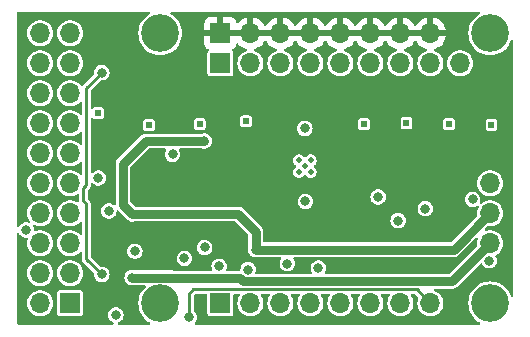
<source format=gbr>
%TF.GenerationSoftware,KiCad,Pcbnew,8.0.7*%
%TF.CreationDate,2024-12-23T20:58:06-05:00*%
%TF.ProjectId,tac5212_audio_board_single_ended,74616335-3231-4325-9f61-7564696f5f62,rev?*%
%TF.SameCoordinates,Original*%
%TF.FileFunction,Copper,L3,Inr*%
%TF.FilePolarity,Positive*%
%FSLAX46Y46*%
G04 Gerber Fmt 4.6, Leading zero omitted, Abs format (unit mm)*
G04 Created by KiCad (PCBNEW 8.0.7) date 2024-12-23 20:58:06*
%MOMM*%
%LPD*%
G01*
G04 APERTURE LIST*
%TA.AperFunction,ComponentPad*%
%ADD10R,1.700000X1.700000*%
%TD*%
%TA.AperFunction,ComponentPad*%
%ADD11O,1.700000X1.700000*%
%TD*%
%TA.AperFunction,ComponentPad*%
%ADD12C,3.200000*%
%TD*%
%TA.AperFunction,ComponentPad*%
%ADD13C,0.500000*%
%TD*%
%TA.AperFunction,ComponentPad*%
%ADD14R,0.500000X0.500000*%
%TD*%
%TA.AperFunction,ViaPad*%
%ADD15C,0.800000*%
%TD*%
%TA.AperFunction,Conductor*%
%ADD16C,0.250000*%
%TD*%
%TA.AperFunction,Conductor*%
%ADD17C,0.750000*%
%TD*%
G04 APERTURE END LIST*
D10*
%TO.N,EN_HELD_HIGH*%
%TO.C,board_outline108*%
X89337500Y-122600000D03*
D11*
%TO.N,unconnected-(board_outline108-HELD_LOW-Pad2)*%
X86797500Y-122600000D03*
%TO.N,Net-(5V108-B)*%
X89337500Y-120060000D03*
%TO.N,GNDD*%
X86797500Y-120060000D03*
%TO.N,unconnected-(board_outline108-12V-Pad5)*%
X89337500Y-117520000D03*
%TO.N,GNDD*%
X86797500Y-117520000D03*
%TO.N,5212_DOUT1+*%
X89337500Y-114980000D03*
%TO.N,GNDD*%
X86797500Y-114980000D03*
%TO.N,5212_DIN1*%
X89337500Y-112440000D03*
%TO.N,GNDD*%
X86797500Y-112440000D03*
%TO.N,5212_BCLK1*%
X89337500Y-109900000D03*
%TO.N,GNDD*%
X86797500Y-109900000D03*
%TO.N,5212_LRCK1*%
X89337500Y-107360000D03*
%TO.N,GNDD*%
X86797500Y-107360000D03*
%TO.N,DSP_SDA*%
X89337500Y-104820000D03*
%TO.N,GNDD*%
X86797500Y-104820000D03*
%TO.N,DSP_SCL*%
X89337500Y-102280000D03*
%TO.N,GNDD*%
X86797500Y-102280000D03*
%TO.N,5212_MCLK1*%
X89337500Y-99740000D03*
%TO.N,GNDD*%
X86797500Y-99740000D03*
D10*
%TO.N,OUT1P+*%
X102047500Y-102285000D03*
%TO.N,Earth*%
X102047500Y-99745000D03*
D11*
%TO.N,OUT1M+*%
X104587500Y-102285000D03*
%TO.N,Earth*%
X104587500Y-99745000D03*
%TO.N,OUT2P+*%
X107127500Y-102285000D03*
%TO.N,Earth*%
X107127500Y-99745000D03*
%TO.N,OUT2M+*%
X109667500Y-102285000D03*
%TO.N,Earth*%
X109667500Y-99745000D03*
%TO.N,IN1P+*%
X112207500Y-102285000D03*
%TO.N,Earth*%
X112207500Y-99745000D03*
%TO.N,IN1M+*%
X114747500Y-102285000D03*
%TO.N,Earth*%
X114747500Y-99745000D03*
%TO.N,IN2P+*%
X117287500Y-102285000D03*
%TO.N,Earth*%
X117287500Y-99745000D03*
%TO.N,IN2M+*%
X119827500Y-102285000D03*
%TO.N,Earth*%
X119827500Y-99745000D03*
D10*
%TO.N,5212_SCL*%
X102047500Y-122605000D03*
D11*
%TO.N,5212_SDA*%
X104587500Y-122605000D03*
%TO.N,GNDD*%
X107127500Y-122605000D03*
%TO.N,GPIO1*%
X109667500Y-122605000D03*
%TO.N,GPIO2*%
X112207500Y-122605000D03*
%TO.N,GPO1*%
X114747500Y-122605000D03*
%TO.N,GPI1*%
X117287500Y-122605000D03*
%TO.N,GNDD*%
X119827500Y-122605000D03*
%TO.N,5V*%
X124892500Y-117525000D03*
%TO.N,3.3V_LDO*%
X124892500Y-114985000D03*
%TO.N,GNDD*%
X124892500Y-112445000D03*
%TO.N,MICBIAS*%
X122352500Y-102285000D03*
D12*
%TO.N,Net-(E108-B)*%
X96952500Y-99745000D03*
%TO.N,Net-(E109-B)*%
X124892500Y-99745000D03*
%TO.N,Net-(G117-A)*%
X96952500Y-122605000D03*
%TO.N,Net-(G118-A)*%
X124892500Y-122605000D03*
%TD*%
D13*
%TO.N,Earth*%
%TO.C,G110*%
X117100000Y-114000000D03*
%TD*%
%TO.N,Earth*%
%TO.C,G109*%
X99200000Y-117200000D03*
%TD*%
%TO.N,Earth*%
%TO.C,G112*%
X118400000Y-114000000D03*
%TD*%
%TO.N,Earth*%
%TO.C,G111*%
X92300000Y-118400000D03*
%TD*%
%TO.N,Earth*%
%TO.C,G113*%
X102600000Y-118400000D03*
%TD*%
%TO.N,GNDD*%
%TO.C,TAC5212*%
X108705025Y-111494975D03*
X108705025Y-110505025D03*
X109200000Y-111000000D03*
X109694975Y-111494975D03*
X109694975Y-110505025D03*
%TD*%
%TO.N,Earth*%
%TO.C,G115*%
X103200000Y-119300000D03*
%TD*%
%TO.N,Earth*%
%TO.C,G114*%
X123000000Y-115600000D03*
%TD*%
%TO.N,Earth*%
%TO.C,G116*%
X125900000Y-110200000D03*
%TD*%
%TO.N,Earth*%
%TO.C,G108*%
X115800000Y-114500000D03*
%TD*%
D14*
%TO.N,OUT2P*%
%TO.C,OP2*%
X100300000Y-107425000D03*
%TD*%
%TO.N,IN2P*%
%TO.C,INP2*%
X121400000Y-107435000D03*
%TD*%
%TO.N,IN2M*%
%TO.C,INM2*%
X125000000Y-107482500D03*
%TD*%
%TO.N,OUT2M*%
%TO.C,OM2*%
X104200000Y-107200000D03*
%TD*%
%TO.N,OUT1P*%
%TO.C,OP1*%
X96000000Y-107500000D03*
%TD*%
%TO.N,IN1M*%
%TO.C,INM1*%
X117800000Y-107362500D03*
%TD*%
%TO.N,OUT1M*%
%TO.C,OM1*%
X91700000Y-106500000D03*
%TD*%
%TO.N,IN1P*%
%TO.C,INP1*%
X114200000Y-107425000D03*
%TD*%
D15*
%TO.N,GNDD*%
X92600000Y-114800000D03*
X99400000Y-123800000D03*
X91719599Y-111998440D03*
X119400000Y-114600000D03*
X109200000Y-107800000D03*
X107711709Y-119246986D03*
X94800000Y-118200000D03*
X109250000Y-113985355D03*
X98000000Y-110000000D03*
X99000000Y-118800000D03*
X115400000Y-113600000D03*
X124800000Y-119000000D03*
X123400000Y-113800000D03*
X100718700Y-117875000D03*
X93200000Y-123600000D03*
%TO.N,5V*%
X94569964Y-120430000D03*
%TO.N,Earth*%
X94600000Y-105800000D03*
X94400000Y-101000000D03*
X91800000Y-123600000D03*
X103224739Y-107762663D03*
X126400000Y-113600000D03*
X112825000Y-110225000D03*
X96200000Y-103200000D03*
X94400000Y-98400000D03*
X108200000Y-105200000D03*
X111200000Y-104200000D03*
X124064601Y-102335399D03*
%TO.N,EN_HELD_HIGH*%
X117100000Y-115600000D03*
%TO.N,5212_SCL*%
X101934085Y-119475000D03*
%TO.N,5212_SDA*%
X92004802Y-120161926D03*
X92007954Y-103082209D03*
%TO.N,3.3V_LDO*%
X100675000Y-108873986D03*
X94600000Y-115050000D03*
X105050000Y-118075008D03*
%TO.N,GPI1*%
X85600000Y-116400000D03*
%TO.N,Net-(PU_EN108-Pad1)*%
X110338844Y-119622742D03*
X104393867Y-119750361D03*
%TD*%
D16*
%TO.N,GNDD*%
X99400000Y-121800000D02*
X99400000Y-123800000D01*
X118652500Y-121430000D02*
X99770000Y-121430000D01*
X119827500Y-122605000D02*
X118652500Y-121430000D01*
X99770000Y-121430000D02*
X99400000Y-121800000D01*
D17*
%TO.N,5V*%
X97853415Y-120430000D02*
X94569964Y-120430000D01*
X97923415Y-120500000D02*
X97853415Y-120430000D01*
X103693937Y-120500000D02*
X97923415Y-120500000D01*
X103923937Y-120730000D02*
X103693937Y-120500000D01*
X121687500Y-120730000D02*
X103923937Y-120730000D01*
X124892500Y-117525000D02*
X121687500Y-120730000D01*
%TO.N,3.3V_LDO*%
X105050000Y-116550000D02*
X105050000Y-118075008D01*
X103550000Y-115050000D02*
X105050000Y-116550000D01*
X94600000Y-115050000D02*
X103550000Y-115050000D01*
X121802492Y-118075008D02*
X105050000Y-118075008D01*
X124892500Y-114985000D02*
X121802492Y-118075008D01*
D16*
%TO.N,5212_SDA*%
X90450000Y-112878984D02*
X90450001Y-113907394D01*
X90700000Y-118857124D02*
X92004802Y-120161926D01*
X90700000Y-112628984D02*
X90450000Y-112878984D01*
X90450001Y-113907394D02*
X90700000Y-114157393D01*
X90700000Y-104390163D02*
X90700000Y-112628984D01*
X90700000Y-114157393D02*
X90700000Y-118857124D01*
X92007954Y-103082209D02*
X90700000Y-104390163D01*
D17*
%TO.N,3.3V_LDO*%
X93800000Y-114250000D02*
X93800000Y-110800000D01*
X93800000Y-110800000D02*
X95726014Y-108873986D01*
X94600000Y-115050000D02*
X93800000Y-114250000D01*
X95726014Y-108873986D02*
X100675000Y-108873986D01*
%TD*%
%TA.AperFunction,Conductor*%
%TO.N,Earth*%
G36*
X104121575Y-99552007D02*
G01*
X104087500Y-99679174D01*
X104087500Y-99810826D01*
X104121575Y-99937993D01*
X104154488Y-99995000D01*
X102480512Y-99995000D01*
X102513425Y-99937993D01*
X102547500Y-99810826D01*
X102547500Y-99679174D01*
X102513425Y-99552007D01*
X102480512Y-99495000D01*
X104154488Y-99495000D01*
X104121575Y-99552007D01*
G37*
%TD.AperFunction*%
%TA.AperFunction,Conductor*%
G36*
X106661575Y-99552007D02*
G01*
X106627500Y-99679174D01*
X106627500Y-99810826D01*
X106661575Y-99937993D01*
X106694488Y-99995000D01*
X105020512Y-99995000D01*
X105053425Y-99937993D01*
X105087500Y-99810826D01*
X105087500Y-99679174D01*
X105053425Y-99552007D01*
X105020512Y-99495000D01*
X106694488Y-99495000D01*
X106661575Y-99552007D01*
G37*
%TD.AperFunction*%
%TA.AperFunction,Conductor*%
G36*
X109201575Y-99552007D02*
G01*
X109167500Y-99679174D01*
X109167500Y-99810826D01*
X109201575Y-99937993D01*
X109234488Y-99995000D01*
X107560512Y-99995000D01*
X107593425Y-99937993D01*
X107627500Y-99810826D01*
X107627500Y-99679174D01*
X107593425Y-99552007D01*
X107560512Y-99495000D01*
X109234488Y-99495000D01*
X109201575Y-99552007D01*
G37*
%TD.AperFunction*%
%TA.AperFunction,Conductor*%
G36*
X111741575Y-99552007D02*
G01*
X111707500Y-99679174D01*
X111707500Y-99810826D01*
X111741575Y-99937993D01*
X111774488Y-99995000D01*
X110100512Y-99995000D01*
X110133425Y-99937993D01*
X110167500Y-99810826D01*
X110167500Y-99679174D01*
X110133425Y-99552007D01*
X110100512Y-99495000D01*
X111774488Y-99495000D01*
X111741575Y-99552007D01*
G37*
%TD.AperFunction*%
%TA.AperFunction,Conductor*%
G36*
X114281575Y-99552007D02*
G01*
X114247500Y-99679174D01*
X114247500Y-99810826D01*
X114281575Y-99937993D01*
X114314488Y-99995000D01*
X112640512Y-99995000D01*
X112673425Y-99937993D01*
X112707500Y-99810826D01*
X112707500Y-99679174D01*
X112673425Y-99552007D01*
X112640512Y-99495000D01*
X114314488Y-99495000D01*
X114281575Y-99552007D01*
G37*
%TD.AperFunction*%
%TA.AperFunction,Conductor*%
G36*
X116821575Y-99552007D02*
G01*
X116787500Y-99679174D01*
X116787500Y-99810826D01*
X116821575Y-99937993D01*
X116854488Y-99995000D01*
X115180512Y-99995000D01*
X115213425Y-99937993D01*
X115247500Y-99810826D01*
X115247500Y-99679174D01*
X115213425Y-99552007D01*
X115180512Y-99495000D01*
X116854488Y-99495000D01*
X116821575Y-99552007D01*
G37*
%TD.AperFunction*%
%TA.AperFunction,Conductor*%
G36*
X119361575Y-99552007D02*
G01*
X119327500Y-99679174D01*
X119327500Y-99810826D01*
X119361575Y-99937993D01*
X119394488Y-99995000D01*
X117720512Y-99995000D01*
X117753425Y-99937993D01*
X117787500Y-99810826D01*
X117787500Y-99679174D01*
X117753425Y-99552007D01*
X117720512Y-99495000D01*
X119394488Y-99495000D01*
X119361575Y-99552007D01*
G37*
%TD.AperFunction*%
%TA.AperFunction,Conductor*%
G36*
X96058017Y-97963907D02*
G01*
X96093981Y-98013407D01*
X96093981Y-98074593D01*
X96058017Y-98124093D01*
X96047272Y-98130890D01*
X95949488Y-98184283D01*
X95737590Y-98342908D01*
X95550408Y-98530090D01*
X95391783Y-98741988D01*
X95264927Y-98974307D01*
X95264926Y-98974309D01*
X95172424Y-99222317D01*
X95116156Y-99480979D01*
X95097273Y-99745000D01*
X95116156Y-100009020D01*
X95116156Y-100009023D01*
X95116157Y-100009026D01*
X95144486Y-100139252D01*
X95172424Y-100267682D01*
X95264926Y-100515690D01*
X95264927Y-100515692D01*
X95391784Y-100748011D01*
X95391783Y-100748011D01*
X95550408Y-100959909D01*
X95550410Y-100959911D01*
X95550413Y-100959915D01*
X95737585Y-101147087D01*
X95737588Y-101147089D01*
X95737590Y-101147091D01*
X95949488Y-101305716D01*
X96181807Y-101432572D01*
X96181811Y-101432574D01*
X96429817Y-101525075D01*
X96429822Y-101525077D01*
X96688474Y-101581343D01*
X96952500Y-101600227D01*
X97216526Y-101581343D01*
X97475178Y-101525077D01*
X97723189Y-101432574D01*
X97955511Y-101305716D01*
X98167415Y-101147087D01*
X98354587Y-100959915D01*
X98513216Y-100748011D01*
X98570653Y-100642824D01*
X100697499Y-100642824D01*
X100703901Y-100702370D01*
X100703903Y-100702381D01*
X100754146Y-100837088D01*
X100754147Y-100837090D01*
X100840307Y-100952184D01*
X100840315Y-100952192D01*
X100955409Y-101038352D01*
X100955411Y-101038353D01*
X101021128Y-101062864D01*
X101069043Y-101100914D01*
X101085441Y-101159861D01*
X101064060Y-101217189D01*
X101041534Y-101237937D01*
X101016902Y-101254395D01*
X101016897Y-101254400D01*
X100961535Y-101337257D01*
X100961533Y-101337263D01*
X100947001Y-101410315D01*
X100947000Y-101410327D01*
X100947000Y-103159672D01*
X100947001Y-103159684D01*
X100961533Y-103232736D01*
X100961535Y-103232742D01*
X101016897Y-103315599D01*
X101016899Y-103315601D01*
X101099760Y-103370966D01*
X101147690Y-103380500D01*
X101172815Y-103385498D01*
X101172820Y-103385498D01*
X101172826Y-103385500D01*
X101172827Y-103385500D01*
X102922173Y-103385500D01*
X102922174Y-103385500D01*
X102995240Y-103370966D01*
X103078101Y-103315601D01*
X103133466Y-103232740D01*
X103148000Y-103159674D01*
X103148000Y-101410326D01*
X103133466Y-101337260D01*
X103078101Y-101254399D01*
X103078099Y-101254397D01*
X103053466Y-101237938D01*
X103015586Y-101189888D01*
X103013184Y-101128750D01*
X103047176Y-101077876D01*
X103073871Y-101062863D01*
X103139592Y-101038351D01*
X103254684Y-100952192D01*
X103254692Y-100952184D01*
X103340852Y-100837090D01*
X103340853Y-100837088D01*
X103391096Y-100702381D01*
X103391098Y-100702370D01*
X103392722Y-100687269D01*
X103417741Y-100631432D01*
X103470801Y-100600965D01*
X103531636Y-100607504D01*
X103561159Y-100627846D01*
X103716426Y-100783113D01*
X103909922Y-100918600D01*
X104124009Y-101018430D01*
X104237018Y-101048711D01*
X104288332Y-101082035D01*
X104310259Y-101139156D01*
X104294424Y-101198257D01*
X104247157Y-101236653D01*
X104094863Y-101295652D01*
X104027664Y-101337260D01*
X103921459Y-101403019D01*
X103770737Y-101540420D01*
X103647828Y-101703177D01*
X103647823Y-101703186D01*
X103556919Y-101885747D01*
X103556918Y-101885750D01*
X103501103Y-102081917D01*
X103482285Y-102285000D01*
X103501103Y-102488083D01*
X103556918Y-102684250D01*
X103647827Y-102866821D01*
X103770736Y-103029579D01*
X103921459Y-103166981D01*
X104094863Y-103274348D01*
X104285044Y-103348024D01*
X104485524Y-103385500D01*
X104689476Y-103385500D01*
X104889956Y-103348024D01*
X105080137Y-103274348D01*
X105253541Y-103166981D01*
X105404264Y-103029579D01*
X105527173Y-102866821D01*
X105618082Y-102684250D01*
X105673897Y-102488083D01*
X105692715Y-102285000D01*
X105673897Y-102081917D01*
X105618082Y-101885750D01*
X105527173Y-101703179D01*
X105404264Y-101540421D01*
X105253541Y-101403019D01*
X105080137Y-101295652D01*
X104927840Y-101236652D01*
X104880410Y-101198001D01*
X104864756Y-101138852D01*
X104886859Y-101081799D01*
X104937981Y-101048711D01*
X105050990Y-101018430D01*
X105265077Y-100918600D01*
X105458573Y-100783113D01*
X105625613Y-100616073D01*
X105761101Y-100422576D01*
X105761102Y-100422574D01*
X105767775Y-100408265D01*
X105809503Y-100363516D01*
X105869564Y-100351841D01*
X105925017Y-100377698D01*
X105947225Y-100408265D01*
X105953897Y-100422574D01*
X105953898Y-100422576D01*
X106089386Y-100616073D01*
X106256426Y-100783113D01*
X106449922Y-100918600D01*
X106664009Y-101018430D01*
X106777018Y-101048711D01*
X106828332Y-101082035D01*
X106850259Y-101139156D01*
X106834424Y-101198257D01*
X106787157Y-101236653D01*
X106634863Y-101295652D01*
X106567664Y-101337260D01*
X106461459Y-101403019D01*
X106310737Y-101540420D01*
X106187828Y-101703177D01*
X106187823Y-101703186D01*
X106096919Y-101885747D01*
X106096918Y-101885750D01*
X106041103Y-102081917D01*
X106022285Y-102285000D01*
X106041103Y-102488083D01*
X106096918Y-102684250D01*
X106187827Y-102866821D01*
X106310736Y-103029579D01*
X106461459Y-103166981D01*
X106634863Y-103274348D01*
X106825044Y-103348024D01*
X107025524Y-103385500D01*
X107229476Y-103385500D01*
X107429956Y-103348024D01*
X107620137Y-103274348D01*
X107793541Y-103166981D01*
X107944264Y-103029579D01*
X108067173Y-102866821D01*
X108158082Y-102684250D01*
X108213897Y-102488083D01*
X108232715Y-102285000D01*
X108213897Y-102081917D01*
X108158082Y-101885750D01*
X108067173Y-101703179D01*
X107944264Y-101540421D01*
X107793541Y-101403019D01*
X107620137Y-101295652D01*
X107467840Y-101236652D01*
X107420410Y-101198001D01*
X107404756Y-101138852D01*
X107426859Y-101081799D01*
X107477981Y-101048711D01*
X107590990Y-101018430D01*
X107805077Y-100918600D01*
X107998573Y-100783113D01*
X108165613Y-100616073D01*
X108301101Y-100422576D01*
X108301102Y-100422574D01*
X108307775Y-100408265D01*
X108349503Y-100363516D01*
X108409564Y-100351841D01*
X108465017Y-100377698D01*
X108487225Y-100408265D01*
X108493897Y-100422574D01*
X108493898Y-100422576D01*
X108629386Y-100616073D01*
X108796426Y-100783113D01*
X108989922Y-100918600D01*
X109204009Y-101018430D01*
X109317018Y-101048711D01*
X109368332Y-101082035D01*
X109390259Y-101139156D01*
X109374424Y-101198257D01*
X109327157Y-101236653D01*
X109174863Y-101295652D01*
X109107664Y-101337260D01*
X109001459Y-101403019D01*
X108850737Y-101540420D01*
X108727828Y-101703177D01*
X108727823Y-101703186D01*
X108636919Y-101885747D01*
X108636918Y-101885750D01*
X108581103Y-102081917D01*
X108562285Y-102285000D01*
X108581103Y-102488083D01*
X108636918Y-102684250D01*
X108727827Y-102866821D01*
X108850736Y-103029579D01*
X109001459Y-103166981D01*
X109174863Y-103274348D01*
X109365044Y-103348024D01*
X109565524Y-103385500D01*
X109769476Y-103385500D01*
X109969956Y-103348024D01*
X110160137Y-103274348D01*
X110333541Y-103166981D01*
X110484264Y-103029579D01*
X110607173Y-102866821D01*
X110698082Y-102684250D01*
X110753897Y-102488083D01*
X110772715Y-102285000D01*
X110753897Y-102081917D01*
X110698082Y-101885750D01*
X110607173Y-101703179D01*
X110484264Y-101540421D01*
X110333541Y-101403019D01*
X110160137Y-101295652D01*
X110007840Y-101236652D01*
X109960410Y-101198001D01*
X109944756Y-101138852D01*
X109966859Y-101081799D01*
X110017981Y-101048711D01*
X110130990Y-101018430D01*
X110345077Y-100918600D01*
X110538573Y-100783113D01*
X110705613Y-100616073D01*
X110841101Y-100422576D01*
X110841102Y-100422574D01*
X110847775Y-100408265D01*
X110889503Y-100363516D01*
X110949564Y-100351841D01*
X111005017Y-100377698D01*
X111027225Y-100408265D01*
X111033897Y-100422574D01*
X111033898Y-100422576D01*
X111169386Y-100616073D01*
X111336426Y-100783113D01*
X111529922Y-100918600D01*
X111744009Y-101018430D01*
X111857018Y-101048711D01*
X111908332Y-101082035D01*
X111930259Y-101139156D01*
X111914424Y-101198257D01*
X111867157Y-101236653D01*
X111714863Y-101295652D01*
X111647664Y-101337260D01*
X111541459Y-101403019D01*
X111390737Y-101540420D01*
X111267828Y-101703177D01*
X111267823Y-101703186D01*
X111176919Y-101885747D01*
X111176918Y-101885750D01*
X111121103Y-102081917D01*
X111102285Y-102285000D01*
X111121103Y-102488083D01*
X111176918Y-102684250D01*
X111267827Y-102866821D01*
X111390736Y-103029579D01*
X111541459Y-103166981D01*
X111714863Y-103274348D01*
X111905044Y-103348024D01*
X112105524Y-103385500D01*
X112309476Y-103385500D01*
X112509956Y-103348024D01*
X112700137Y-103274348D01*
X112873541Y-103166981D01*
X113024264Y-103029579D01*
X113147173Y-102866821D01*
X113238082Y-102684250D01*
X113293897Y-102488083D01*
X113312715Y-102285000D01*
X113293897Y-102081917D01*
X113238082Y-101885750D01*
X113147173Y-101703179D01*
X113024264Y-101540421D01*
X112873541Y-101403019D01*
X112700137Y-101295652D01*
X112547840Y-101236652D01*
X112500410Y-101198001D01*
X112484756Y-101138852D01*
X112506859Y-101081799D01*
X112557981Y-101048711D01*
X112670990Y-101018430D01*
X112885077Y-100918600D01*
X113078573Y-100783113D01*
X113245613Y-100616073D01*
X113381101Y-100422576D01*
X113381102Y-100422574D01*
X113387775Y-100408265D01*
X113429503Y-100363516D01*
X113489564Y-100351841D01*
X113545017Y-100377698D01*
X113567225Y-100408265D01*
X113573897Y-100422574D01*
X113573898Y-100422576D01*
X113709386Y-100616073D01*
X113876426Y-100783113D01*
X114069922Y-100918600D01*
X114284009Y-101018430D01*
X114397018Y-101048711D01*
X114448332Y-101082035D01*
X114470259Y-101139156D01*
X114454424Y-101198257D01*
X114407157Y-101236653D01*
X114254863Y-101295652D01*
X114187664Y-101337260D01*
X114081459Y-101403019D01*
X113930737Y-101540420D01*
X113807828Y-101703177D01*
X113807823Y-101703186D01*
X113716919Y-101885747D01*
X113716918Y-101885750D01*
X113661103Y-102081917D01*
X113642285Y-102285000D01*
X113661103Y-102488083D01*
X113716918Y-102684250D01*
X113807827Y-102866821D01*
X113930736Y-103029579D01*
X114081459Y-103166981D01*
X114254863Y-103274348D01*
X114445044Y-103348024D01*
X114645524Y-103385500D01*
X114849476Y-103385500D01*
X115049956Y-103348024D01*
X115240137Y-103274348D01*
X115413541Y-103166981D01*
X115564264Y-103029579D01*
X115687173Y-102866821D01*
X115778082Y-102684250D01*
X115833897Y-102488083D01*
X115852715Y-102285000D01*
X115833897Y-102081917D01*
X115778082Y-101885750D01*
X115687173Y-101703179D01*
X115564264Y-101540421D01*
X115413541Y-101403019D01*
X115240137Y-101295652D01*
X115087840Y-101236652D01*
X115040410Y-101198001D01*
X115024756Y-101138852D01*
X115046859Y-101081799D01*
X115097981Y-101048711D01*
X115210990Y-101018430D01*
X115425077Y-100918600D01*
X115618573Y-100783113D01*
X115785613Y-100616073D01*
X115921101Y-100422576D01*
X115921102Y-100422574D01*
X115927775Y-100408265D01*
X115969503Y-100363516D01*
X116029564Y-100351841D01*
X116085017Y-100377698D01*
X116107225Y-100408265D01*
X116113897Y-100422574D01*
X116113898Y-100422576D01*
X116249386Y-100616073D01*
X116416426Y-100783113D01*
X116609922Y-100918600D01*
X116824009Y-101018430D01*
X116937018Y-101048711D01*
X116988332Y-101082035D01*
X117010259Y-101139156D01*
X116994424Y-101198257D01*
X116947157Y-101236653D01*
X116794863Y-101295652D01*
X116727664Y-101337260D01*
X116621459Y-101403019D01*
X116470737Y-101540420D01*
X116347828Y-101703177D01*
X116347823Y-101703186D01*
X116256919Y-101885747D01*
X116256918Y-101885750D01*
X116201103Y-102081917D01*
X116182285Y-102285000D01*
X116201103Y-102488083D01*
X116256918Y-102684250D01*
X116347827Y-102866821D01*
X116470736Y-103029579D01*
X116621459Y-103166981D01*
X116794863Y-103274348D01*
X116985044Y-103348024D01*
X117185524Y-103385500D01*
X117389476Y-103385500D01*
X117589956Y-103348024D01*
X117780137Y-103274348D01*
X117953541Y-103166981D01*
X118104264Y-103029579D01*
X118227173Y-102866821D01*
X118318082Y-102684250D01*
X118373897Y-102488083D01*
X118392715Y-102285000D01*
X118373897Y-102081917D01*
X118318082Y-101885750D01*
X118227173Y-101703179D01*
X118104264Y-101540421D01*
X117953541Y-101403019D01*
X117780137Y-101295652D01*
X117627840Y-101236652D01*
X117580410Y-101198001D01*
X117564756Y-101138852D01*
X117586859Y-101081799D01*
X117637981Y-101048711D01*
X117750990Y-101018430D01*
X117965077Y-100918600D01*
X118158573Y-100783113D01*
X118325613Y-100616073D01*
X118461101Y-100422576D01*
X118461102Y-100422574D01*
X118467775Y-100408265D01*
X118509503Y-100363516D01*
X118569564Y-100351841D01*
X118625017Y-100377698D01*
X118647225Y-100408265D01*
X118653897Y-100422574D01*
X118653898Y-100422576D01*
X118789386Y-100616073D01*
X118956426Y-100783113D01*
X119149922Y-100918600D01*
X119364009Y-101018430D01*
X119477018Y-101048711D01*
X119528332Y-101082035D01*
X119550259Y-101139156D01*
X119534424Y-101198257D01*
X119487157Y-101236653D01*
X119334863Y-101295652D01*
X119267664Y-101337260D01*
X119161459Y-101403019D01*
X119010737Y-101540420D01*
X118887828Y-101703177D01*
X118887823Y-101703186D01*
X118796919Y-101885747D01*
X118796918Y-101885750D01*
X118741103Y-102081917D01*
X118722285Y-102285000D01*
X118741103Y-102488083D01*
X118796918Y-102684250D01*
X118887827Y-102866821D01*
X119010736Y-103029579D01*
X119161459Y-103166981D01*
X119334863Y-103274348D01*
X119525044Y-103348024D01*
X119725524Y-103385500D01*
X119929476Y-103385500D01*
X120129956Y-103348024D01*
X120320137Y-103274348D01*
X120493541Y-103166981D01*
X120644264Y-103029579D01*
X120767173Y-102866821D01*
X120858082Y-102684250D01*
X120913897Y-102488083D01*
X120932715Y-102285000D01*
X121247285Y-102285000D01*
X121266103Y-102488083D01*
X121321918Y-102684250D01*
X121412827Y-102866821D01*
X121535736Y-103029579D01*
X121686459Y-103166981D01*
X121859863Y-103274348D01*
X122050044Y-103348024D01*
X122250524Y-103385500D01*
X122454476Y-103385500D01*
X122654956Y-103348024D01*
X122845137Y-103274348D01*
X123018541Y-103166981D01*
X123169264Y-103029579D01*
X123292173Y-102866821D01*
X123383082Y-102684250D01*
X123438897Y-102488083D01*
X123457715Y-102285000D01*
X123438897Y-102081917D01*
X123383082Y-101885750D01*
X123292173Y-101703179D01*
X123169264Y-101540421D01*
X123018541Y-101403019D01*
X122845137Y-101295652D01*
X122654956Y-101221976D01*
X122654955Y-101221975D01*
X122654953Y-101221975D01*
X122454476Y-101184500D01*
X122250524Y-101184500D01*
X122050046Y-101221975D01*
X122008841Y-101237938D01*
X121859863Y-101295652D01*
X121792664Y-101337260D01*
X121686459Y-101403019D01*
X121535737Y-101540420D01*
X121412828Y-101703177D01*
X121412823Y-101703186D01*
X121321919Y-101885747D01*
X121321918Y-101885750D01*
X121266103Y-102081917D01*
X121247285Y-102285000D01*
X120932715Y-102285000D01*
X120913897Y-102081917D01*
X120858082Y-101885750D01*
X120767173Y-101703179D01*
X120644264Y-101540421D01*
X120493541Y-101403019D01*
X120320137Y-101295652D01*
X120167840Y-101236652D01*
X120120410Y-101198001D01*
X120104756Y-101138852D01*
X120126859Y-101081799D01*
X120177981Y-101048711D01*
X120290990Y-101018430D01*
X120505077Y-100918600D01*
X120698573Y-100783113D01*
X120865613Y-100616073D01*
X121001100Y-100422577D01*
X121100930Y-100208489D01*
X121158136Y-99995000D01*
X120260512Y-99995000D01*
X120293425Y-99937993D01*
X120327500Y-99810826D01*
X120327500Y-99679174D01*
X120293425Y-99552007D01*
X120260512Y-99495000D01*
X121158136Y-99495000D01*
X121100929Y-99281505D01*
X121001105Y-99067432D01*
X121001101Y-99067424D01*
X120865613Y-98873926D01*
X120698573Y-98706886D01*
X120505077Y-98571399D01*
X120290989Y-98471569D01*
X120077500Y-98414364D01*
X120077500Y-99311988D01*
X120020493Y-99279075D01*
X119893326Y-99245000D01*
X119761674Y-99245000D01*
X119634507Y-99279075D01*
X119577500Y-99311988D01*
X119577500Y-98414364D01*
X119364005Y-98471570D01*
X119149932Y-98571394D01*
X119149924Y-98571398D01*
X118956426Y-98706886D01*
X118789386Y-98873926D01*
X118653898Y-99067424D01*
X118653896Y-99067428D01*
X118647224Y-99081737D01*
X118605495Y-99126485D01*
X118545434Y-99138159D01*
X118489981Y-99112300D01*
X118467776Y-99081737D01*
X118461103Y-99067428D01*
X118461101Y-99067424D01*
X118325613Y-98873926D01*
X118158573Y-98706886D01*
X117965077Y-98571399D01*
X117750989Y-98471569D01*
X117537500Y-98414364D01*
X117537500Y-99311988D01*
X117480493Y-99279075D01*
X117353326Y-99245000D01*
X117221674Y-99245000D01*
X117094507Y-99279075D01*
X117037500Y-99311988D01*
X117037500Y-98414364D01*
X116824005Y-98471570D01*
X116609932Y-98571394D01*
X116609924Y-98571398D01*
X116416426Y-98706886D01*
X116249386Y-98873926D01*
X116113898Y-99067424D01*
X116113896Y-99067428D01*
X116107224Y-99081737D01*
X116065495Y-99126485D01*
X116005434Y-99138159D01*
X115949981Y-99112300D01*
X115927776Y-99081737D01*
X115921103Y-99067428D01*
X115921101Y-99067424D01*
X115785613Y-98873926D01*
X115618573Y-98706886D01*
X115425077Y-98571399D01*
X115210989Y-98471569D01*
X114997500Y-98414364D01*
X114997500Y-99311988D01*
X114940493Y-99279075D01*
X114813326Y-99245000D01*
X114681674Y-99245000D01*
X114554507Y-99279075D01*
X114497500Y-99311988D01*
X114497500Y-98414364D01*
X114284005Y-98471570D01*
X114069932Y-98571394D01*
X114069924Y-98571398D01*
X113876426Y-98706886D01*
X113709386Y-98873926D01*
X113573898Y-99067424D01*
X113573896Y-99067428D01*
X113567224Y-99081737D01*
X113525495Y-99126485D01*
X113465434Y-99138159D01*
X113409981Y-99112300D01*
X113387776Y-99081737D01*
X113381103Y-99067428D01*
X113381101Y-99067424D01*
X113245613Y-98873926D01*
X113078573Y-98706886D01*
X112885077Y-98571399D01*
X112670989Y-98471569D01*
X112457500Y-98414364D01*
X112457500Y-99311988D01*
X112400493Y-99279075D01*
X112273326Y-99245000D01*
X112141674Y-99245000D01*
X112014507Y-99279075D01*
X111957500Y-99311988D01*
X111957500Y-98414364D01*
X111744005Y-98471570D01*
X111529932Y-98571394D01*
X111529924Y-98571398D01*
X111336426Y-98706886D01*
X111169386Y-98873926D01*
X111033898Y-99067424D01*
X111033896Y-99067428D01*
X111027224Y-99081737D01*
X110985495Y-99126485D01*
X110925434Y-99138159D01*
X110869981Y-99112300D01*
X110847776Y-99081737D01*
X110841103Y-99067428D01*
X110841101Y-99067424D01*
X110705613Y-98873926D01*
X110538573Y-98706886D01*
X110345077Y-98571399D01*
X110130989Y-98471569D01*
X109917500Y-98414364D01*
X109917500Y-99311988D01*
X109860493Y-99279075D01*
X109733326Y-99245000D01*
X109601674Y-99245000D01*
X109474507Y-99279075D01*
X109417500Y-99311988D01*
X109417500Y-98414364D01*
X109204005Y-98471570D01*
X108989932Y-98571394D01*
X108989924Y-98571398D01*
X108796426Y-98706886D01*
X108629386Y-98873926D01*
X108493898Y-99067424D01*
X108493896Y-99067428D01*
X108487224Y-99081737D01*
X108445495Y-99126485D01*
X108385434Y-99138159D01*
X108329981Y-99112300D01*
X108307776Y-99081737D01*
X108301103Y-99067428D01*
X108301101Y-99067424D01*
X108165613Y-98873926D01*
X107998573Y-98706886D01*
X107805077Y-98571399D01*
X107590989Y-98471569D01*
X107377500Y-98414364D01*
X107377500Y-99311988D01*
X107320493Y-99279075D01*
X107193326Y-99245000D01*
X107061674Y-99245000D01*
X106934507Y-99279075D01*
X106877500Y-99311988D01*
X106877500Y-98414364D01*
X106664005Y-98471570D01*
X106449932Y-98571394D01*
X106449924Y-98571398D01*
X106256426Y-98706886D01*
X106089386Y-98873926D01*
X105953898Y-99067424D01*
X105953896Y-99067428D01*
X105947224Y-99081737D01*
X105905495Y-99126485D01*
X105845434Y-99138159D01*
X105789981Y-99112300D01*
X105767776Y-99081737D01*
X105761103Y-99067428D01*
X105761101Y-99067424D01*
X105625613Y-98873926D01*
X105458573Y-98706886D01*
X105265077Y-98571399D01*
X105050989Y-98471569D01*
X104837500Y-98414364D01*
X104837500Y-99311988D01*
X104780493Y-99279075D01*
X104653326Y-99245000D01*
X104521674Y-99245000D01*
X104394507Y-99279075D01*
X104337500Y-99311988D01*
X104337500Y-98414364D01*
X104124005Y-98471570D01*
X103909932Y-98571394D01*
X103909924Y-98571398D01*
X103716425Y-98706887D01*
X103716421Y-98706890D01*
X103561158Y-98862153D01*
X103506642Y-98889930D01*
X103446210Y-98880359D01*
X103402945Y-98837094D01*
X103392722Y-98802731D01*
X103391098Y-98787629D01*
X103391096Y-98787618D01*
X103340853Y-98652911D01*
X103340852Y-98652909D01*
X103254692Y-98537815D01*
X103254684Y-98537807D01*
X103139590Y-98451647D01*
X103139588Y-98451646D01*
X103004881Y-98401403D01*
X103004870Y-98401401D01*
X102945324Y-98395000D01*
X102297501Y-98395000D01*
X102297500Y-98395001D01*
X102297500Y-99311988D01*
X102240493Y-99279075D01*
X102113326Y-99245000D01*
X101981674Y-99245000D01*
X101854507Y-99279075D01*
X101797500Y-99311988D01*
X101797500Y-98395001D01*
X101797499Y-98395000D01*
X101149676Y-98395000D01*
X101090129Y-98401401D01*
X101090118Y-98401403D01*
X100955411Y-98451646D01*
X100955409Y-98451647D01*
X100840315Y-98537807D01*
X100840307Y-98537815D01*
X100754147Y-98652909D01*
X100754146Y-98652911D01*
X100703903Y-98787618D01*
X100703901Y-98787629D01*
X100697500Y-98847175D01*
X100697500Y-99494999D01*
X100697501Y-99495000D01*
X101614488Y-99495000D01*
X101581575Y-99552007D01*
X101547500Y-99679174D01*
X101547500Y-99810826D01*
X101581575Y-99937993D01*
X101614488Y-99995000D01*
X100697501Y-99995000D01*
X100697500Y-99995001D01*
X100697500Y-100642824D01*
X100697499Y-100642824D01*
X98570653Y-100642824D01*
X98640074Y-100515689D01*
X98732577Y-100267678D01*
X98788843Y-100009026D01*
X98807727Y-99745000D01*
X98788843Y-99480974D01*
X98732577Y-99222322D01*
X98640074Y-98974311D01*
X98513216Y-98741989D01*
X98513215Y-98741988D01*
X98513216Y-98741988D01*
X98354591Y-98530090D01*
X98354589Y-98530088D01*
X98354587Y-98530085D01*
X98167415Y-98342913D01*
X98167411Y-98342910D01*
X98167409Y-98342908D01*
X97955511Y-98184283D01*
X97857728Y-98130890D01*
X97815717Y-98086408D01*
X97807875Y-98025727D01*
X97837198Y-97972026D01*
X97892486Y-97945816D01*
X97905174Y-97945000D01*
X123939826Y-97945000D01*
X123998017Y-97963907D01*
X124033981Y-98013407D01*
X124033981Y-98074593D01*
X123998017Y-98124093D01*
X123987272Y-98130890D01*
X123889488Y-98184283D01*
X123677590Y-98342908D01*
X123490408Y-98530090D01*
X123331783Y-98741988D01*
X123204927Y-98974307D01*
X123204926Y-98974309D01*
X123112424Y-99222317D01*
X123056156Y-99480979D01*
X123037273Y-99745000D01*
X123056156Y-100009020D01*
X123056156Y-100009023D01*
X123056157Y-100009026D01*
X123084486Y-100139252D01*
X123112424Y-100267682D01*
X123204926Y-100515690D01*
X123204927Y-100515692D01*
X123331784Y-100748011D01*
X123331783Y-100748011D01*
X123490408Y-100959909D01*
X123490410Y-100959911D01*
X123490413Y-100959915D01*
X123677585Y-101147087D01*
X123677588Y-101147089D01*
X123677590Y-101147091D01*
X123889488Y-101305716D01*
X124121807Y-101432572D01*
X124121811Y-101432574D01*
X124369817Y-101525075D01*
X124369822Y-101525077D01*
X124628474Y-101581343D01*
X124892500Y-101600227D01*
X125156526Y-101581343D01*
X125415178Y-101525077D01*
X125663189Y-101432574D01*
X125895511Y-101305716D01*
X126107415Y-101147087D01*
X126294587Y-100959915D01*
X126453216Y-100748011D01*
X126580074Y-100515689D01*
X126640742Y-100353030D01*
X126678793Y-100305117D01*
X126737740Y-100288719D01*
X126795067Y-100310101D01*
X126828878Y-100361096D01*
X126832500Y-100387628D01*
X126832500Y-121962371D01*
X126813593Y-122020562D01*
X126764093Y-122056526D01*
X126702907Y-122056526D01*
X126653407Y-122020562D01*
X126640742Y-121996968D01*
X126589812Y-121860420D01*
X126580074Y-121834311D01*
X126453216Y-121601989D01*
X126453215Y-121601988D01*
X126453216Y-121601988D01*
X126294591Y-121390090D01*
X126294589Y-121390088D01*
X126294587Y-121390085D01*
X126107415Y-121202913D01*
X126107411Y-121202910D01*
X126107409Y-121202908D01*
X125895511Y-121044283D01*
X125663192Y-120917427D01*
X125663190Y-120917426D01*
X125415181Y-120824924D01*
X125415183Y-120824924D01*
X125357459Y-120812367D01*
X125156526Y-120768657D01*
X125156523Y-120768656D01*
X125156520Y-120768656D01*
X124892500Y-120749773D01*
X124628479Y-120768656D01*
X124628474Y-120768656D01*
X124628474Y-120768657D01*
X124499148Y-120796790D01*
X124369817Y-120824924D01*
X124121809Y-120917426D01*
X124121807Y-120917427D01*
X123889488Y-121044283D01*
X123677590Y-121202908D01*
X123490408Y-121390090D01*
X123331783Y-121601988D01*
X123204927Y-121834307D01*
X123204926Y-121834309D01*
X123112424Y-122082317D01*
X123056156Y-122340979D01*
X123037273Y-122605000D01*
X123056156Y-122869020D01*
X123056156Y-122869023D01*
X123056157Y-122869026D01*
X123097857Y-123060717D01*
X123112424Y-123127682D01*
X123204926Y-123375690D01*
X123204927Y-123375692D01*
X123331784Y-123608011D01*
X123331783Y-123608011D01*
X123490408Y-123819909D01*
X123490410Y-123819911D01*
X123490413Y-123819915D01*
X123677585Y-124007087D01*
X123677588Y-124007089D01*
X123677590Y-124007091D01*
X123889488Y-124165716D01*
X123987272Y-124219110D01*
X124029283Y-124263592D01*
X124037125Y-124324273D01*
X124007802Y-124377974D01*
X123952514Y-124404184D01*
X123939826Y-124405000D01*
X99959104Y-124405000D01*
X99900913Y-124386093D01*
X99864949Y-124336593D01*
X99864949Y-124275407D01*
X99887955Y-124240287D01*
X99886514Y-124239010D01*
X99890478Y-124234534D01*
X99890483Y-124234530D01*
X99980220Y-124104523D01*
X100036237Y-123956818D01*
X100055278Y-123800000D01*
X100036237Y-123643182D01*
X99980220Y-123495477D01*
X99897539Y-123375692D01*
X99890484Y-123365471D01*
X99808851Y-123293151D01*
X99777832Y-123240411D01*
X99775500Y-123219048D01*
X99775500Y-121996545D01*
X99794407Y-121938354D01*
X99804496Y-121926541D01*
X99896541Y-121834496D01*
X99951058Y-121806719D01*
X99966545Y-121805500D01*
X100848000Y-121805500D01*
X100906191Y-121824407D01*
X100942155Y-121873907D01*
X100947000Y-121904500D01*
X100947000Y-123479672D01*
X100947001Y-123479684D01*
X100961533Y-123552736D01*
X100961535Y-123552742D01*
X101016897Y-123635599D01*
X101016899Y-123635601D01*
X101099760Y-123690966D01*
X101147680Y-123700498D01*
X101172815Y-123705498D01*
X101172820Y-123705498D01*
X101172826Y-123705500D01*
X101172827Y-123705500D01*
X102922173Y-123705500D01*
X102922174Y-123705500D01*
X102995240Y-123690966D01*
X103078101Y-123635601D01*
X103133466Y-123552740D01*
X103148000Y-123479674D01*
X103148000Y-121904500D01*
X103166907Y-121846309D01*
X103216407Y-121810345D01*
X103247000Y-121805500D01*
X103613392Y-121805500D01*
X103671583Y-121824407D01*
X103707547Y-121873907D01*
X103707547Y-121935093D01*
X103692397Y-121964157D01*
X103667940Y-121996545D01*
X103647828Y-122023177D01*
X103647823Y-122023186D01*
X103558512Y-122202548D01*
X103556918Y-122205750D01*
X103501103Y-122401917D01*
X103482285Y-122605000D01*
X103501103Y-122808083D01*
X103556918Y-123004250D01*
X103647827Y-123186821D01*
X103770736Y-123349579D01*
X103921459Y-123486981D01*
X104094863Y-123594348D01*
X104285044Y-123668024D01*
X104485524Y-123705500D01*
X104689476Y-123705500D01*
X104889956Y-123668024D01*
X105080137Y-123594348D01*
X105253541Y-123486981D01*
X105404264Y-123349579D01*
X105527173Y-123186821D01*
X105618082Y-123004250D01*
X105673897Y-122808083D01*
X105692715Y-122605000D01*
X105673897Y-122401917D01*
X105618082Y-122205750D01*
X105527173Y-122023179D01*
X105482603Y-121964159D01*
X105462625Y-121906329D01*
X105480454Y-121847799D01*
X105529281Y-121810927D01*
X105561608Y-121805500D01*
X106153392Y-121805500D01*
X106211583Y-121824407D01*
X106247547Y-121873907D01*
X106247547Y-121935093D01*
X106232397Y-121964157D01*
X106207940Y-121996545D01*
X106187828Y-122023177D01*
X106187823Y-122023186D01*
X106098512Y-122202548D01*
X106096918Y-122205750D01*
X106041103Y-122401917D01*
X106022285Y-122605000D01*
X106041103Y-122808083D01*
X106096918Y-123004250D01*
X106187827Y-123186821D01*
X106310736Y-123349579D01*
X106461459Y-123486981D01*
X106634863Y-123594348D01*
X106825044Y-123668024D01*
X107025524Y-123705500D01*
X107229476Y-123705500D01*
X107429956Y-123668024D01*
X107620137Y-123594348D01*
X107793541Y-123486981D01*
X107944264Y-123349579D01*
X108067173Y-123186821D01*
X108158082Y-123004250D01*
X108213897Y-122808083D01*
X108232715Y-122605000D01*
X108213897Y-122401917D01*
X108158082Y-122205750D01*
X108067173Y-122023179D01*
X108022603Y-121964159D01*
X108002625Y-121906329D01*
X108020454Y-121847799D01*
X108069281Y-121810927D01*
X108101608Y-121805500D01*
X108693392Y-121805500D01*
X108751583Y-121824407D01*
X108787547Y-121873907D01*
X108787547Y-121935093D01*
X108772397Y-121964157D01*
X108747940Y-121996545D01*
X108727828Y-122023177D01*
X108727823Y-122023186D01*
X108638512Y-122202548D01*
X108636918Y-122205750D01*
X108581103Y-122401917D01*
X108562285Y-122605000D01*
X108581103Y-122808083D01*
X108636918Y-123004250D01*
X108727827Y-123186821D01*
X108850736Y-123349579D01*
X109001459Y-123486981D01*
X109174863Y-123594348D01*
X109365044Y-123668024D01*
X109565524Y-123705500D01*
X109769476Y-123705500D01*
X109969956Y-123668024D01*
X110160137Y-123594348D01*
X110333541Y-123486981D01*
X110484264Y-123349579D01*
X110607173Y-123186821D01*
X110698082Y-123004250D01*
X110753897Y-122808083D01*
X110772715Y-122605000D01*
X110753897Y-122401917D01*
X110698082Y-122205750D01*
X110607173Y-122023179D01*
X110562603Y-121964159D01*
X110542625Y-121906329D01*
X110560454Y-121847799D01*
X110609281Y-121810927D01*
X110641608Y-121805500D01*
X111233392Y-121805500D01*
X111291583Y-121824407D01*
X111327547Y-121873907D01*
X111327547Y-121935093D01*
X111312397Y-121964157D01*
X111287940Y-121996545D01*
X111267828Y-122023177D01*
X111267823Y-122023186D01*
X111178512Y-122202548D01*
X111176918Y-122205750D01*
X111121103Y-122401917D01*
X111102285Y-122605000D01*
X111121103Y-122808083D01*
X111176918Y-123004250D01*
X111267827Y-123186821D01*
X111390736Y-123349579D01*
X111541459Y-123486981D01*
X111714863Y-123594348D01*
X111905044Y-123668024D01*
X112105524Y-123705500D01*
X112309476Y-123705500D01*
X112509956Y-123668024D01*
X112700137Y-123594348D01*
X112873541Y-123486981D01*
X113024264Y-123349579D01*
X113147173Y-123186821D01*
X113238082Y-123004250D01*
X113293897Y-122808083D01*
X113312715Y-122605000D01*
X113293897Y-122401917D01*
X113238082Y-122205750D01*
X113147173Y-122023179D01*
X113102603Y-121964159D01*
X113082625Y-121906329D01*
X113100454Y-121847799D01*
X113149281Y-121810927D01*
X113181608Y-121805500D01*
X113773392Y-121805500D01*
X113831583Y-121824407D01*
X113867547Y-121873907D01*
X113867547Y-121935093D01*
X113852397Y-121964157D01*
X113827940Y-121996545D01*
X113807828Y-122023177D01*
X113807823Y-122023186D01*
X113718512Y-122202548D01*
X113716918Y-122205750D01*
X113661103Y-122401917D01*
X113642285Y-122605000D01*
X113661103Y-122808083D01*
X113716918Y-123004250D01*
X113807827Y-123186821D01*
X113930736Y-123349579D01*
X114081459Y-123486981D01*
X114254863Y-123594348D01*
X114445044Y-123668024D01*
X114645524Y-123705500D01*
X114849476Y-123705500D01*
X115049956Y-123668024D01*
X115240137Y-123594348D01*
X115413541Y-123486981D01*
X115564264Y-123349579D01*
X115687173Y-123186821D01*
X115778082Y-123004250D01*
X115833897Y-122808083D01*
X115852715Y-122605000D01*
X115833897Y-122401917D01*
X115778082Y-122205750D01*
X115687173Y-122023179D01*
X115642603Y-121964159D01*
X115622625Y-121906329D01*
X115640454Y-121847799D01*
X115689281Y-121810927D01*
X115721608Y-121805500D01*
X116313392Y-121805500D01*
X116371583Y-121824407D01*
X116407547Y-121873907D01*
X116407547Y-121935093D01*
X116392397Y-121964157D01*
X116367940Y-121996545D01*
X116347828Y-122023177D01*
X116347823Y-122023186D01*
X116258512Y-122202548D01*
X116256918Y-122205750D01*
X116201103Y-122401917D01*
X116182285Y-122605000D01*
X116201103Y-122808083D01*
X116256918Y-123004250D01*
X116347827Y-123186821D01*
X116470736Y-123349579D01*
X116621459Y-123486981D01*
X116794863Y-123594348D01*
X116985044Y-123668024D01*
X117185524Y-123705500D01*
X117389476Y-123705500D01*
X117589956Y-123668024D01*
X117780137Y-123594348D01*
X117953541Y-123486981D01*
X118104264Y-123349579D01*
X118227173Y-123186821D01*
X118318082Y-123004250D01*
X118373897Y-122808083D01*
X118392715Y-122605000D01*
X118373897Y-122401917D01*
X118318082Y-122205750D01*
X118227173Y-122023179D01*
X118182603Y-121964159D01*
X118162625Y-121906329D01*
X118180454Y-121847799D01*
X118229281Y-121810927D01*
X118261608Y-121805500D01*
X118455955Y-121805500D01*
X118514146Y-121824407D01*
X118525959Y-121834496D01*
X118779889Y-122088426D01*
X118807666Y-122142943D01*
X118798511Y-122202548D01*
X118796920Y-122205743D01*
X118796919Y-122205747D01*
X118796918Y-122205750D01*
X118741103Y-122401917D01*
X118722285Y-122605000D01*
X118741103Y-122808083D01*
X118796918Y-123004250D01*
X118887827Y-123186821D01*
X119010736Y-123349579D01*
X119161459Y-123486981D01*
X119334863Y-123594348D01*
X119525044Y-123668024D01*
X119725524Y-123705500D01*
X119929476Y-123705500D01*
X120129956Y-123668024D01*
X120320137Y-123594348D01*
X120493541Y-123486981D01*
X120644264Y-123349579D01*
X120767173Y-123186821D01*
X120858082Y-123004250D01*
X120913897Y-122808083D01*
X120932715Y-122605000D01*
X120913897Y-122401917D01*
X120858082Y-122205750D01*
X120767173Y-122023179D01*
X120644264Y-121860421D01*
X120493541Y-121723019D01*
X120320137Y-121615652D01*
X120142445Y-121546814D01*
X120095015Y-121508163D01*
X120079361Y-121449014D01*
X120101464Y-121391961D01*
X120152880Y-121358795D01*
X120178209Y-121355500D01*
X121749106Y-121355500D01*
X121749107Y-121355500D01*
X121809529Y-121343481D01*
X121869952Y-121331463D01*
X121903288Y-121317653D01*
X121903291Y-121317653D01*
X121903291Y-121317652D01*
X121903292Y-121317652D01*
X121983786Y-121284312D01*
X122035009Y-121250084D01*
X122086233Y-121215858D01*
X122173358Y-121128733D01*
X122173359Y-121128730D01*
X124050407Y-119251681D01*
X124104922Y-119223906D01*
X124165354Y-119233477D01*
X124208619Y-119276742D01*
X124212976Y-119286581D01*
X124219780Y-119304523D01*
X124309515Y-119434528D01*
X124309516Y-119434529D01*
X124309517Y-119434530D01*
X124427760Y-119539283D01*
X124567635Y-119612696D01*
X124721015Y-119650500D01*
X124721018Y-119650500D01*
X124878982Y-119650500D01*
X124878985Y-119650500D01*
X125032365Y-119612696D01*
X125172240Y-119539283D01*
X125290483Y-119434530D01*
X125380220Y-119304523D01*
X125436237Y-119156818D01*
X125454058Y-119010045D01*
X125455278Y-119000001D01*
X125455278Y-118999998D01*
X125438559Y-118862303D01*
X125436237Y-118843182D01*
X125380220Y-118695477D01*
X125367101Y-118676471D01*
X125353211Y-118656347D01*
X125335715Y-118597717D01*
X125356023Y-118540000D01*
X125382569Y-118515937D01*
X125385132Y-118514349D01*
X125385137Y-118514348D01*
X125558541Y-118406981D01*
X125709264Y-118269579D01*
X125832173Y-118106821D01*
X125923082Y-117924250D01*
X125978897Y-117728083D01*
X125997715Y-117525000D01*
X125978897Y-117321917D01*
X125923082Y-117125750D01*
X125832173Y-116943179D01*
X125709264Y-116780421D01*
X125558541Y-116643019D01*
X125385137Y-116535652D01*
X125194956Y-116461976D01*
X125194955Y-116461975D01*
X125194953Y-116461975D01*
X124994476Y-116424500D01*
X124790524Y-116424500D01*
X124590043Y-116461976D01*
X124554382Y-116475791D01*
X124493290Y-116479181D01*
X124441874Y-116446014D01*
X124419772Y-116388960D01*
X124435427Y-116329812D01*
X124448611Y-116313477D01*
X124657636Y-116104452D01*
X124712151Y-116076677D01*
X124745823Y-116077143D01*
X124790524Y-116085500D01*
X124790527Y-116085500D01*
X124994476Y-116085500D01*
X125194956Y-116048024D01*
X125385137Y-115974348D01*
X125558541Y-115866981D01*
X125709264Y-115729579D01*
X125832173Y-115566821D01*
X125923082Y-115384250D01*
X125978897Y-115188083D01*
X125997715Y-114985000D01*
X125978897Y-114781917D01*
X125923082Y-114585750D01*
X125832173Y-114403179D01*
X125709264Y-114240421D01*
X125558541Y-114103019D01*
X125385137Y-113995652D01*
X125194956Y-113921976D01*
X125194955Y-113921975D01*
X125194953Y-113921975D01*
X124994476Y-113884500D01*
X124790524Y-113884500D01*
X124590046Y-113921975D01*
X124520132Y-113949059D01*
X124399863Y-113995652D01*
X124226459Y-114103019D01*
X124157149Y-114166202D01*
X124101409Y-114191432D01*
X124041484Y-114179080D01*
X124000264Y-114133863D01*
X123993494Y-114073053D01*
X123997885Y-114057943D01*
X124036237Y-113956818D01*
X124055278Y-113800000D01*
X124036237Y-113643182D01*
X123980220Y-113495477D01*
X123934572Y-113429344D01*
X123890484Y-113365471D01*
X123841394Y-113321981D01*
X123772240Y-113260717D01*
X123636700Y-113189579D01*
X123632364Y-113187303D01*
X123478987Y-113149500D01*
X123478985Y-113149500D01*
X123321015Y-113149500D01*
X123321012Y-113149500D01*
X123167635Y-113187303D01*
X123027758Y-113260718D01*
X122909515Y-113365471D01*
X122819780Y-113495476D01*
X122763763Y-113643182D01*
X122763762Y-113643183D01*
X122744722Y-113799998D01*
X122744722Y-113800001D01*
X122763762Y-113956816D01*
X122763763Y-113956818D01*
X122802111Y-114057934D01*
X122819780Y-114104523D01*
X122909515Y-114234528D01*
X122909516Y-114234529D01*
X122909517Y-114234530D01*
X123027760Y-114339283D01*
X123167635Y-114412696D01*
X123321015Y-114450500D01*
X123321018Y-114450500D01*
X123478982Y-114450500D01*
X123478985Y-114450500D01*
X123632365Y-114412696D01*
X123772240Y-114339283D01*
X123772245Y-114339279D01*
X123777173Y-114335879D01*
X123778156Y-114337303D01*
X123827004Y-114316020D01*
X123886749Y-114329218D01*
X123927326Y-114375012D01*
X123933237Y-114435911D01*
X123925188Y-114458685D01*
X123864408Y-114580750D01*
X123861918Y-114585750D01*
X123857863Y-114600001D01*
X123806103Y-114781917D01*
X123787285Y-114985000D01*
X123801706Y-115140638D01*
X123788248Y-115200325D01*
X123773132Y-115219776D01*
X121572398Y-117420512D01*
X121517881Y-117448289D01*
X121502394Y-117449508D01*
X105774500Y-117449508D01*
X105716309Y-117430601D01*
X105680345Y-117381101D01*
X105675500Y-117350508D01*
X105675500Y-116488396D01*
X105675499Y-116488391D01*
X105669250Y-116456976D01*
X105651463Y-116367548D01*
X105604311Y-116253714D01*
X105535858Y-116151267D01*
X105448733Y-116064142D01*
X105448732Y-116064141D01*
X104984589Y-115599998D01*
X116444722Y-115599998D01*
X116444722Y-115600001D01*
X116463762Y-115756816D01*
X116463763Y-115756818D01*
X116503167Y-115860717D01*
X116519780Y-115904523D01*
X116609515Y-116034528D01*
X116609516Y-116034529D01*
X116609517Y-116034530D01*
X116727760Y-116139283D01*
X116867635Y-116212696D01*
X117021015Y-116250500D01*
X117021018Y-116250500D01*
X117178982Y-116250500D01*
X117178985Y-116250500D01*
X117332365Y-116212696D01*
X117472240Y-116139283D01*
X117590483Y-116034530D01*
X117680220Y-115904523D01*
X117736237Y-115756818D01*
X117755278Y-115600000D01*
X117753976Y-115589281D01*
X117742584Y-115495454D01*
X117736237Y-115443182D01*
X117680220Y-115295477D01*
X117606091Y-115188082D01*
X117590484Y-115165471D01*
X117472241Y-115060718D01*
X117472240Y-115060717D01*
X117402302Y-115024010D01*
X117332364Y-114987303D01*
X117178987Y-114949500D01*
X117178985Y-114949500D01*
X117021015Y-114949500D01*
X117021012Y-114949500D01*
X116867635Y-114987303D01*
X116727758Y-115060718D01*
X116609515Y-115165471D01*
X116519780Y-115295476D01*
X116463763Y-115443182D01*
X116463762Y-115443183D01*
X116444722Y-115599998D01*
X104984589Y-115599998D01*
X104035859Y-114651269D01*
X104035858Y-114651267D01*
X104020445Y-114635854D01*
X103948741Y-114564149D01*
X103948732Y-114564141D01*
X103889610Y-114524637D01*
X103889610Y-114524636D01*
X103889608Y-114524636D01*
X103846286Y-114495688D01*
X103846287Y-114495688D01*
X103846285Y-114495687D01*
X103846282Y-114495686D01*
X103754977Y-114457867D01*
X103754976Y-114457866D01*
X103732459Y-114448539D01*
X103732453Y-114448537D01*
X103732452Y-114448537D01*
X103651580Y-114432451D01*
X103642722Y-114430689D01*
X103611609Y-114424500D01*
X103611607Y-114424500D01*
X103611606Y-114424500D01*
X94900098Y-114424500D01*
X94841907Y-114405593D01*
X94830094Y-114395504D01*
X94454496Y-114019906D01*
X94436891Y-113985353D01*
X108594722Y-113985353D01*
X108594722Y-113985356D01*
X108613762Y-114142171D01*
X108613763Y-114142173D01*
X108654846Y-114250499D01*
X108669780Y-114289878D01*
X108759515Y-114419883D01*
X108759516Y-114419884D01*
X108759517Y-114419885D01*
X108877760Y-114524638D01*
X109017635Y-114598051D01*
X109171015Y-114635855D01*
X109171018Y-114635855D01*
X109328982Y-114635855D01*
X109328985Y-114635855D01*
X109474466Y-114599998D01*
X118744722Y-114599998D01*
X118744722Y-114600001D01*
X118763762Y-114756816D01*
X118763763Y-114756817D01*
X118819780Y-114904523D01*
X118909515Y-115034528D01*
X118909516Y-115034529D01*
X118909517Y-115034530D01*
X119027760Y-115139283D01*
X119167635Y-115212696D01*
X119321015Y-115250500D01*
X119321018Y-115250500D01*
X119478982Y-115250500D01*
X119478985Y-115250500D01*
X119632365Y-115212696D01*
X119772240Y-115139283D01*
X119890483Y-115034530D01*
X119980220Y-114904523D01*
X120036237Y-114756818D01*
X120055278Y-114600000D01*
X120055041Y-114598051D01*
X120038020Y-114457866D01*
X120036237Y-114443182D01*
X119980220Y-114295477D01*
X119905553Y-114187303D01*
X119890484Y-114165471D01*
X119864184Y-114142171D01*
X119772240Y-114060717D01*
X119639236Y-113990910D01*
X119632364Y-113987303D01*
X119478987Y-113949500D01*
X119478985Y-113949500D01*
X119321015Y-113949500D01*
X119321012Y-113949500D01*
X119167635Y-113987303D01*
X119027758Y-114060718D01*
X118909515Y-114165471D01*
X118819780Y-114295476D01*
X118763763Y-114443182D01*
X118763762Y-114443183D01*
X118744722Y-114599998D01*
X109474466Y-114599998D01*
X109482365Y-114598051D01*
X109622240Y-114524638D01*
X109740483Y-114419885D01*
X109830220Y-114289878D01*
X109886237Y-114142173D01*
X109901083Y-114019906D01*
X109905278Y-113985356D01*
X109905278Y-113985353D01*
X109886237Y-113828538D01*
X109886237Y-113828537D01*
X109830220Y-113680832D01*
X109774425Y-113599998D01*
X114744722Y-113599998D01*
X114744722Y-113600001D01*
X114763762Y-113756816D01*
X114763763Y-113756818D01*
X114801726Y-113856918D01*
X114819780Y-113904523D01*
X114909515Y-114034528D01*
X114909516Y-114034529D01*
X114909517Y-114034530D01*
X115027760Y-114139283D01*
X115167635Y-114212696D01*
X115321015Y-114250500D01*
X115321018Y-114250500D01*
X115478982Y-114250500D01*
X115478985Y-114250500D01*
X115632365Y-114212696D01*
X115772240Y-114139283D01*
X115890483Y-114034530D01*
X115980220Y-113904523D01*
X116036237Y-113756818D01*
X116055278Y-113600000D01*
X116048053Y-113540500D01*
X116036237Y-113443183D01*
X116036237Y-113443182D01*
X115980220Y-113295477D01*
X115890483Y-113165470D01*
X115772240Y-113060717D01*
X115698116Y-113021813D01*
X115632364Y-112987303D01*
X115478987Y-112949500D01*
X115478985Y-112949500D01*
X115321015Y-112949500D01*
X115321012Y-112949500D01*
X115167635Y-112987303D01*
X115027758Y-113060718D01*
X114909515Y-113165471D01*
X114819780Y-113295476D01*
X114763763Y-113443182D01*
X114763762Y-113443183D01*
X114744722Y-113599998D01*
X109774425Y-113599998D01*
X109740483Y-113550825D01*
X109622240Y-113446072D01*
X109552302Y-113409365D01*
X109482364Y-113372658D01*
X109328987Y-113334855D01*
X109328985Y-113334855D01*
X109171015Y-113334855D01*
X109171012Y-113334855D01*
X109017635Y-113372658D01*
X108877758Y-113446073D01*
X108759515Y-113550826D01*
X108669780Y-113680831D01*
X108613763Y-113828537D01*
X108613762Y-113828538D01*
X108594722Y-113985353D01*
X94436891Y-113985353D01*
X94426719Y-113965389D01*
X94425500Y-113949902D01*
X94425500Y-112445000D01*
X123787285Y-112445000D01*
X123806103Y-112648083D01*
X123861918Y-112844250D01*
X123952827Y-113026821D01*
X124075736Y-113189579D01*
X124226459Y-113326981D01*
X124399863Y-113434348D01*
X124590044Y-113508024D01*
X124790524Y-113545500D01*
X124994476Y-113545500D01*
X125194956Y-113508024D01*
X125385137Y-113434348D01*
X125558541Y-113326981D01*
X125709264Y-113189579D01*
X125832173Y-113026821D01*
X125923082Y-112844250D01*
X125978897Y-112648083D01*
X125997715Y-112445000D01*
X125978897Y-112241917D01*
X125923082Y-112045750D01*
X125832173Y-111863179D01*
X125709264Y-111700421D01*
X125558541Y-111563019D01*
X125385137Y-111455652D01*
X125194956Y-111381976D01*
X125194955Y-111381975D01*
X125194953Y-111381975D01*
X124994476Y-111344500D01*
X124790524Y-111344500D01*
X124590046Y-111381975D01*
X124520132Y-111409059D01*
X124399863Y-111455652D01*
X124336351Y-111494977D01*
X124226459Y-111563019D01*
X124075737Y-111700420D01*
X123952828Y-111863177D01*
X123952823Y-111863186D01*
X123861919Y-112045747D01*
X123861918Y-112045750D01*
X123806103Y-112241917D01*
X123787285Y-112445000D01*
X94425500Y-112445000D01*
X94425500Y-111100098D01*
X94444407Y-111041907D01*
X94454496Y-111030094D01*
X95956108Y-109528482D01*
X96010625Y-109500705D01*
X96026112Y-109499486D01*
X97366434Y-109499486D01*
X97424625Y-109518393D01*
X97460589Y-109567893D01*
X97460589Y-109629079D01*
X97447910Y-109654724D01*
X97419780Y-109695476D01*
X97363763Y-109843182D01*
X97363762Y-109843183D01*
X97344722Y-109999998D01*
X97344722Y-110000001D01*
X97363762Y-110156816D01*
X97363763Y-110156818D01*
X97401841Y-110257222D01*
X97419780Y-110304523D01*
X97509515Y-110434528D01*
X97509516Y-110434529D01*
X97509517Y-110434530D01*
X97627760Y-110539283D01*
X97767635Y-110612696D01*
X97921015Y-110650500D01*
X97921018Y-110650500D01*
X98078982Y-110650500D01*
X98078985Y-110650500D01*
X98232365Y-110612696D01*
X98372240Y-110539283D01*
X98410913Y-110505022D01*
X108199378Y-110505022D01*
X108199378Y-110505027D01*
X108219859Y-110647481D01*
X108279647Y-110778396D01*
X108279648Y-110778398D01*
X108282753Y-110781981D01*
X108373898Y-110887169D01*
X108419874Y-110916716D01*
X108458606Y-110964082D01*
X108462099Y-111025168D01*
X108429019Y-111076640D01*
X108419874Y-111083284D01*
X108373898Y-111112830D01*
X108279647Y-111221603D01*
X108219859Y-111352518D01*
X108199378Y-111494972D01*
X108199378Y-111494977D01*
X108219859Y-111637431D01*
X108267970Y-111742777D01*
X108279648Y-111768348D01*
X108361817Y-111863177D01*
X108373898Y-111877119D01*
X108492322Y-111953225D01*
X108494972Y-111954928D01*
X108601428Y-111986186D01*
X108633060Y-111995474D01*
X108633061Y-111995474D01*
X108633064Y-111995475D01*
X108633066Y-111995475D01*
X108776984Y-111995475D01*
X108776986Y-111995475D01*
X108915078Y-111954928D01*
X109036153Y-111877118D01*
X109125182Y-111774371D01*
X109177576Y-111742777D01*
X109238537Y-111748012D01*
X109274816Y-111774370D01*
X109351767Y-111863177D01*
X109363848Y-111877119D01*
X109482272Y-111953225D01*
X109484922Y-111954928D01*
X109591378Y-111986186D01*
X109623010Y-111995474D01*
X109623011Y-111995474D01*
X109623014Y-111995475D01*
X109623016Y-111995475D01*
X109766934Y-111995475D01*
X109766936Y-111995475D01*
X109905028Y-111954928D01*
X110026103Y-111877118D01*
X110120352Y-111768348D01*
X110180140Y-111637432D01*
X110200622Y-111494975D01*
X110195472Y-111459158D01*
X110180140Y-111352518D01*
X110120352Y-111221603D01*
X110120352Y-111221602D01*
X110026103Y-111112832D01*
X109980122Y-111083282D01*
X109941394Y-111035919D01*
X109937900Y-110974833D01*
X109970979Y-110923360D01*
X109980110Y-110916725D01*
X110026103Y-110887168D01*
X110120352Y-110778398D01*
X110180140Y-110647482D01*
X110195587Y-110540046D01*
X110200622Y-110505027D01*
X110200622Y-110505022D01*
X110180140Y-110362568D01*
X110151223Y-110299250D01*
X110120352Y-110231652D01*
X110026103Y-110122882D01*
X110026102Y-110122881D01*
X110026101Y-110122880D01*
X109905032Y-110045074D01*
X109905029Y-110045072D01*
X109905028Y-110045072D01*
X109905025Y-110045071D01*
X109766939Y-110004525D01*
X109766936Y-110004525D01*
X109623014Y-110004525D01*
X109623010Y-110004525D01*
X109484924Y-110045071D01*
X109484917Y-110045074D01*
X109363847Y-110122881D01*
X109363845Y-110122882D01*
X109274819Y-110225626D01*
X109222424Y-110257222D01*
X109161463Y-110251986D01*
X109125181Y-110225626D01*
X109036154Y-110122882D01*
X109036152Y-110122881D01*
X108915082Y-110045074D01*
X108915079Y-110045072D01*
X108915078Y-110045072D01*
X108915075Y-110045071D01*
X108776989Y-110004525D01*
X108776986Y-110004525D01*
X108633064Y-110004525D01*
X108633060Y-110004525D01*
X108494974Y-110045071D01*
X108494967Y-110045074D01*
X108373898Y-110122880D01*
X108279647Y-110231653D01*
X108219859Y-110362568D01*
X108199378Y-110505022D01*
X98410913Y-110505022D01*
X98490483Y-110434530D01*
X98580220Y-110304523D01*
X98636237Y-110156818D01*
X98655278Y-110000000D01*
X98636237Y-109843182D01*
X98580220Y-109695477D01*
X98552089Y-109654723D01*
X98534595Y-109596093D01*
X98554903Y-109538377D01*
X98605258Y-109503620D01*
X98633566Y-109499486D01*
X100482565Y-109499486D01*
X100506256Y-109502362D01*
X100596015Y-109524486D01*
X100596018Y-109524486D01*
X100753982Y-109524486D01*
X100753985Y-109524486D01*
X100907365Y-109486682D01*
X101047240Y-109413269D01*
X101165483Y-109308516D01*
X101255220Y-109178509D01*
X101311237Y-109030804D01*
X101330278Y-108873986D01*
X101311237Y-108717168D01*
X101255220Y-108569463D01*
X101173106Y-108450500D01*
X101165484Y-108439457D01*
X101052408Y-108339281D01*
X101047240Y-108334703D01*
X100955080Y-108286333D01*
X100907364Y-108261289D01*
X100753987Y-108223486D01*
X100753985Y-108223486D01*
X100596015Y-108223486D01*
X100596012Y-108223486D01*
X100506257Y-108245609D01*
X100482565Y-108248486D01*
X95664402Y-108248486D01*
X95603984Y-108260503D01*
X95603985Y-108260504D01*
X95543562Y-108272523D01*
X95543560Y-108272523D01*
X95510221Y-108286333D01*
X95429730Y-108319672D01*
X95429729Y-108319672D01*
X95385318Y-108349348D01*
X95327281Y-108388127D01*
X93401267Y-110314142D01*
X93401266Y-110314141D01*
X93314141Y-110401267D01*
X93281246Y-110450500D01*
X93281244Y-110450502D01*
X93245691Y-110503707D01*
X93245687Y-110503714D01*
X93230639Y-110540046D01*
X93198539Y-110617541D01*
X93198537Y-110617548D01*
X93194009Y-110640313D01*
X93193161Y-110644579D01*
X93176842Y-110726623D01*
X93176841Y-110726626D01*
X93174500Y-110738390D01*
X93174500Y-114219933D01*
X93155593Y-114278124D01*
X93106093Y-114314088D01*
X93044907Y-114314088D01*
X93009852Y-114294037D01*
X92972241Y-114260718D01*
X92972240Y-114260717D01*
X92880745Y-114212696D01*
X92832364Y-114187303D01*
X92678987Y-114149500D01*
X92678985Y-114149500D01*
X92521015Y-114149500D01*
X92521012Y-114149500D01*
X92367635Y-114187303D01*
X92227758Y-114260718D01*
X92109515Y-114365471D01*
X92019780Y-114495476D01*
X91963763Y-114643182D01*
X91963762Y-114643183D01*
X91944722Y-114799998D01*
X91944722Y-114800001D01*
X91963762Y-114956816D01*
X91963763Y-114956818D01*
X91993235Y-115034530D01*
X92019780Y-115104523D01*
X92109515Y-115234528D01*
X92109516Y-115234529D01*
X92109517Y-115234530D01*
X92227760Y-115339283D01*
X92367635Y-115412696D01*
X92521015Y-115450500D01*
X92521018Y-115450500D01*
X92678982Y-115450500D01*
X92678985Y-115450500D01*
X92832365Y-115412696D01*
X92972240Y-115339283D01*
X93090483Y-115234530D01*
X93180220Y-115104523D01*
X93236237Y-114956818D01*
X93253522Y-114814461D01*
X93279304Y-114758977D01*
X93332778Y-114729241D01*
X93393517Y-114736616D01*
X93421803Y-114756393D01*
X94013080Y-115347670D01*
X94024550Y-115361433D01*
X94053454Y-115403309D01*
X94109515Y-115484528D01*
X94109516Y-115484529D01*
X94109517Y-115484530D01*
X94227760Y-115589283D01*
X94367635Y-115662696D01*
X94521015Y-115700500D01*
X94521018Y-115700500D01*
X94678982Y-115700500D01*
X94678985Y-115700500D01*
X94768743Y-115678376D01*
X94792435Y-115675500D01*
X103249902Y-115675500D01*
X103308093Y-115694407D01*
X103319906Y-115704496D01*
X104395504Y-116780094D01*
X104423281Y-116834611D01*
X104424500Y-116850098D01*
X104424500Y-117871736D01*
X104418068Y-117906839D01*
X104413762Y-117918191D01*
X104394722Y-118075006D01*
X104394722Y-118075009D01*
X104413762Y-118231824D01*
X104413763Y-118231826D01*
X104443232Y-118309530D01*
X104469780Y-118379531D01*
X104559515Y-118509536D01*
X104559516Y-118509537D01*
X104559517Y-118509538D01*
X104677760Y-118614291D01*
X104817635Y-118687704D01*
X104971015Y-118725508D01*
X104971018Y-118725508D01*
X105128982Y-118725508D01*
X105128985Y-118725508D01*
X105218743Y-118703384D01*
X105242435Y-118700508D01*
X107109869Y-118700508D01*
X107168060Y-118719415D01*
X107204024Y-118768915D01*
X107204024Y-118830101D01*
X107191345Y-118855746D01*
X107131489Y-118942462D01*
X107075472Y-119090168D01*
X107075471Y-119090169D01*
X107056431Y-119246984D01*
X107056431Y-119246987D01*
X107075471Y-119403802D01*
X107075472Y-119403804D01*
X107105291Y-119482430D01*
X107131489Y-119551509D01*
X107221224Y-119681514D01*
X107221225Y-119681515D01*
X107221226Y-119681516D01*
X107339469Y-119786269D01*
X107479344Y-119859682D01*
X107632724Y-119897486D01*
X107632727Y-119897486D01*
X107790691Y-119897486D01*
X107790694Y-119897486D01*
X107944074Y-119859682D01*
X108083949Y-119786269D01*
X108202192Y-119681516D01*
X108291929Y-119551509D01*
X108347946Y-119403804D01*
X108366987Y-119246986D01*
X108365474Y-119234528D01*
X108347946Y-119090169D01*
X108347946Y-119090168D01*
X108291929Y-118942463D01*
X108254677Y-118888494D01*
X108232073Y-118855746D01*
X108214578Y-118797115D01*
X108234886Y-118739398D01*
X108285241Y-118704641D01*
X108313549Y-118700508D01*
X121864098Y-118700508D01*
X121864099Y-118700508D01*
X121928470Y-118687704D01*
X121984944Y-118676471D01*
X122018280Y-118662661D01*
X122018283Y-118662661D01*
X122018283Y-118662660D01*
X122018284Y-118662660D01*
X122098778Y-118629320D01*
X122168063Y-118583024D01*
X122201225Y-118560866D01*
X122288350Y-118473741D01*
X122288352Y-118473737D01*
X123682083Y-117080005D01*
X123736598Y-117052230D01*
X123797030Y-117061801D01*
X123840295Y-117105066D01*
X123849866Y-117165498D01*
X123847306Y-117177103D01*
X123806103Y-117321915D01*
X123787285Y-117525000D01*
X123801706Y-117680637D01*
X123788248Y-117740324D01*
X123773132Y-117759775D01*
X121457406Y-120075504D01*
X121402889Y-120103281D01*
X121387402Y-120104500D01*
X110985356Y-120104500D01*
X110927165Y-120085593D01*
X110891201Y-120036093D01*
X110891201Y-119974907D01*
X110903881Y-119949262D01*
X110919061Y-119927269D01*
X110919064Y-119927265D01*
X110975081Y-119779560D01*
X110994122Y-119622742D01*
X110975081Y-119465924D01*
X110919064Y-119318219D01*
X110829327Y-119188212D01*
X110711084Y-119083459D01*
X110629178Y-119040471D01*
X110571208Y-119010045D01*
X110417831Y-118972242D01*
X110417829Y-118972242D01*
X110259859Y-118972242D01*
X110259856Y-118972242D01*
X110106479Y-119010045D01*
X109966602Y-119083460D01*
X109848359Y-119188213D01*
X109758624Y-119318218D01*
X109702607Y-119465924D01*
X109702606Y-119465925D01*
X109683566Y-119622740D01*
X109683566Y-119622743D01*
X109702606Y-119779558D01*
X109702607Y-119779560D01*
X109751009Y-119907186D01*
X109758625Y-119927267D01*
X109758626Y-119927269D01*
X109773807Y-119949262D01*
X109791303Y-120007892D01*
X109770995Y-120065609D01*
X109720641Y-120100366D01*
X109692332Y-120104500D01*
X105098696Y-120104500D01*
X105040505Y-120085593D01*
X105004541Y-120036093D01*
X105004541Y-119974907D01*
X105006130Y-119970394D01*
X105022485Y-119927269D01*
X105030104Y-119907179D01*
X105049145Y-119750361D01*
X105030104Y-119593543D01*
X104974087Y-119445838D01*
X104900538Y-119339283D01*
X104884351Y-119315832D01*
X104791391Y-119233477D01*
X104766107Y-119211078D01*
X104662721Y-119156816D01*
X104626231Y-119137664D01*
X104472854Y-119099861D01*
X104472852Y-119099861D01*
X104314882Y-119099861D01*
X104314879Y-119099861D01*
X104161502Y-119137664D01*
X104021625Y-119211079D01*
X103903382Y-119315832D01*
X103813647Y-119445837D01*
X103757630Y-119593543D01*
X103757629Y-119593544D01*
X103738589Y-119750359D01*
X103738589Y-119750365D01*
X103740192Y-119763569D01*
X103728436Y-119823614D01*
X103683631Y-119865281D01*
X103641914Y-119874500D01*
X102621711Y-119874500D01*
X102563520Y-119855593D01*
X102527556Y-119806093D01*
X102527556Y-119744907D01*
X102529135Y-119740417D01*
X102570322Y-119631818D01*
X102589363Y-119475000D01*
X102570322Y-119318182D01*
X102514305Y-119170477D01*
X102468780Y-119104523D01*
X102424569Y-119040471D01*
X102313939Y-118942462D01*
X102306325Y-118935717D01*
X102236387Y-118899010D01*
X102166449Y-118862303D01*
X102013072Y-118824500D01*
X102013070Y-118824500D01*
X101855100Y-118824500D01*
X101855097Y-118824500D01*
X101701720Y-118862303D01*
X101561843Y-118935718D01*
X101443600Y-119040471D01*
X101353865Y-119170476D01*
X101297848Y-119318182D01*
X101297847Y-119318183D01*
X101278807Y-119474998D01*
X101278807Y-119475001D01*
X101297847Y-119631816D01*
X101297848Y-119631818D01*
X101339026Y-119740395D01*
X101341982Y-119801508D01*
X101308451Y-119852688D01*
X101251242Y-119874384D01*
X101246459Y-119874500D01*
X98166524Y-119874500D01*
X98128639Y-119866964D01*
X98066165Y-119841087D01*
X98035870Y-119828538D01*
X98035864Y-119828536D01*
X97975444Y-119816518D01*
X97975444Y-119816517D01*
X97915026Y-119804500D01*
X97915022Y-119804500D01*
X97915021Y-119804500D01*
X94762399Y-119804500D01*
X94738707Y-119801623D01*
X94738240Y-119801508D01*
X94726309Y-119798567D01*
X94648951Y-119779500D01*
X94648949Y-119779500D01*
X94490979Y-119779500D01*
X94490976Y-119779500D01*
X94337599Y-119817303D01*
X94197722Y-119890718D01*
X94079479Y-119995471D01*
X93989744Y-120125476D01*
X93933727Y-120273182D01*
X93933726Y-120273183D01*
X93914686Y-120429998D01*
X93914686Y-120430001D01*
X93933726Y-120586816D01*
X93933727Y-120586818D01*
X93954584Y-120641813D01*
X93989744Y-120734523D01*
X94079479Y-120864528D01*
X94079480Y-120864529D01*
X94079481Y-120864530D01*
X94197724Y-120969283D01*
X94337599Y-121042696D01*
X94490979Y-121080500D01*
X94490982Y-121080500D01*
X94648946Y-121080500D01*
X94648949Y-121080500D01*
X94738707Y-121058376D01*
X94762399Y-121055500D01*
X95645991Y-121055500D01*
X95704182Y-121074407D01*
X95740146Y-121123907D01*
X95740146Y-121185093D01*
X95715996Y-121224501D01*
X95622846Y-121317652D01*
X95550408Y-121390090D01*
X95391783Y-121601988D01*
X95264927Y-121834307D01*
X95264926Y-121834309D01*
X95172424Y-122082317D01*
X95116156Y-122340979D01*
X95097273Y-122605000D01*
X95116156Y-122869020D01*
X95116156Y-122869023D01*
X95116157Y-122869026D01*
X95157857Y-123060717D01*
X95172424Y-123127682D01*
X95264926Y-123375690D01*
X95264927Y-123375692D01*
X95391784Y-123608011D01*
X95391783Y-123608011D01*
X95550408Y-123819909D01*
X95550410Y-123819911D01*
X95550413Y-123819915D01*
X95737585Y-124007087D01*
X95737588Y-124007089D01*
X95737590Y-124007091D01*
X95949488Y-124165716D01*
X96047272Y-124219110D01*
X96089283Y-124263592D01*
X96097125Y-124324273D01*
X96067802Y-124377974D01*
X96012514Y-124404184D01*
X95999826Y-124405000D01*
X93465526Y-124405000D01*
X93407335Y-124386093D01*
X93371371Y-124336593D01*
X93371371Y-124275407D01*
X93407335Y-124225907D01*
X93430421Y-124213433D01*
X93432354Y-124212698D01*
X93432365Y-124212696D01*
X93572240Y-124139283D01*
X93690483Y-124034530D01*
X93780220Y-123904523D01*
X93836237Y-123756818D01*
X93855278Y-123600000D01*
X93836237Y-123443182D01*
X93780220Y-123295477D01*
X93705221Y-123186822D01*
X93690484Y-123165471D01*
X93690085Y-123165117D01*
X93572240Y-123060717D01*
X93502302Y-123024010D01*
X93432364Y-122987303D01*
X93278987Y-122949500D01*
X93278985Y-122949500D01*
X93121015Y-122949500D01*
X93121012Y-122949500D01*
X92967635Y-122987303D01*
X92827758Y-123060718D01*
X92709515Y-123165471D01*
X92619780Y-123295476D01*
X92563763Y-123443182D01*
X92563762Y-123443183D01*
X92544722Y-123599998D01*
X92544722Y-123600001D01*
X92563762Y-123756816D01*
X92563763Y-123756818D01*
X92619780Y-123904523D01*
X92709515Y-124034528D01*
X92709516Y-124034529D01*
X92709517Y-124034530D01*
X92827760Y-124139283D01*
X92967635Y-124212696D01*
X92967642Y-124212697D01*
X92969579Y-124213433D01*
X92970596Y-124214249D01*
X92972938Y-124215479D01*
X92972697Y-124215937D01*
X93017284Y-124251746D01*
X93033358Y-124310782D01*
X93011662Y-124367992D01*
X92960483Y-124401522D01*
X92934474Y-124405000D01*
X84931500Y-124405000D01*
X84873309Y-124386093D01*
X84837345Y-124336593D01*
X84832500Y-124306000D01*
X84832500Y-122600000D01*
X85692285Y-122600000D01*
X85711103Y-122803083D01*
X85766918Y-122999250D01*
X85857827Y-123181821D01*
X85980736Y-123344579D01*
X86131459Y-123481981D01*
X86304863Y-123589348D01*
X86495044Y-123663024D01*
X86695524Y-123700500D01*
X86899476Y-123700500D01*
X87099956Y-123663024D01*
X87290137Y-123589348D01*
X87463541Y-123481981D01*
X87614264Y-123344579D01*
X87737173Y-123181821D01*
X87828082Y-122999250D01*
X87883897Y-122803083D01*
X87902715Y-122600000D01*
X87883897Y-122396917D01*
X87828082Y-122200750D01*
X87737173Y-122018179D01*
X87614264Y-121855421D01*
X87471558Y-121725327D01*
X88237000Y-121725327D01*
X88237000Y-123474672D01*
X88237001Y-123474684D01*
X88251533Y-123547736D01*
X88251535Y-123547742D01*
X88306897Y-123630599D01*
X88306900Y-123630602D01*
X88355424Y-123663024D01*
X88389760Y-123685966D01*
X88445308Y-123697015D01*
X88462815Y-123700498D01*
X88462820Y-123700498D01*
X88462826Y-123700500D01*
X88462827Y-123700500D01*
X90212173Y-123700500D01*
X90212174Y-123700500D01*
X90285240Y-123685966D01*
X90368101Y-123630601D01*
X90423466Y-123547740D01*
X90438000Y-123474674D01*
X90438000Y-121725326D01*
X90423466Y-121652260D01*
X90395665Y-121610652D01*
X90368102Y-121569400D01*
X90368099Y-121569397D01*
X90285242Y-121514035D01*
X90285240Y-121514034D01*
X90285237Y-121514033D01*
X90285236Y-121514033D01*
X90212184Y-121499501D01*
X90212174Y-121499500D01*
X88462826Y-121499500D01*
X88462825Y-121499500D01*
X88462815Y-121499501D01*
X88389763Y-121514033D01*
X88389757Y-121514035D01*
X88306900Y-121569397D01*
X88306897Y-121569400D01*
X88251535Y-121652257D01*
X88251533Y-121652263D01*
X88237001Y-121725315D01*
X88237000Y-121725327D01*
X87471558Y-121725327D01*
X87463541Y-121718019D01*
X87290137Y-121610652D01*
X87099956Y-121536976D01*
X87099955Y-121536975D01*
X87099953Y-121536975D01*
X86899476Y-121499500D01*
X86695524Y-121499500D01*
X86495046Y-121536975D01*
X86482137Y-121541976D01*
X86304863Y-121610652D01*
X86131459Y-121718019D01*
X85980737Y-121855420D01*
X85857828Y-122018177D01*
X85857823Y-122018186D01*
X85822848Y-122088426D01*
X85766918Y-122200750D01*
X85711103Y-122396917D01*
X85692285Y-122600000D01*
X84832500Y-122600000D01*
X84832500Y-120060000D01*
X85692285Y-120060000D01*
X85711103Y-120263083D01*
X85766918Y-120459250D01*
X85857827Y-120641821D01*
X85980736Y-120804579D01*
X86131459Y-120941981D01*
X86304863Y-121049348D01*
X86495044Y-121123024D01*
X86695524Y-121160500D01*
X86899476Y-121160500D01*
X87099956Y-121123024D01*
X87290137Y-121049348D01*
X87463541Y-120941981D01*
X87614264Y-120804579D01*
X87737173Y-120641821D01*
X87828082Y-120459250D01*
X87883897Y-120263083D01*
X87902715Y-120060000D01*
X88232285Y-120060000D01*
X88251103Y-120263083D01*
X88306918Y-120459250D01*
X88397827Y-120641821D01*
X88520736Y-120804579D01*
X88671459Y-120941981D01*
X88844863Y-121049348D01*
X89035044Y-121123024D01*
X89235524Y-121160500D01*
X89439476Y-121160500D01*
X89639956Y-121123024D01*
X89830137Y-121049348D01*
X90003541Y-120941981D01*
X90154264Y-120804579D01*
X90277173Y-120641821D01*
X90368082Y-120459250D01*
X90423897Y-120263083D01*
X90442715Y-120060000D01*
X90423897Y-119856917D01*
X90368082Y-119660750D01*
X90277173Y-119478179D01*
X90154264Y-119315421D01*
X90003541Y-119178019D01*
X89830137Y-119070652D01*
X89639956Y-118996976D01*
X89639955Y-118996975D01*
X89639953Y-118996975D01*
X89439476Y-118959500D01*
X89235524Y-118959500D01*
X89035046Y-118996975D01*
X89001306Y-119010046D01*
X88844863Y-119070652D01*
X88705700Y-119156818D01*
X88671459Y-119178019D01*
X88532691Y-119304523D01*
X88520736Y-119315421D01*
X88520426Y-119315832D01*
X88397828Y-119478177D01*
X88397823Y-119478186D01*
X88306919Y-119660747D01*
X88306918Y-119660750D01*
X88251103Y-119856917D01*
X88232285Y-120060000D01*
X87902715Y-120060000D01*
X87883897Y-119856917D01*
X87828082Y-119660750D01*
X87737173Y-119478179D01*
X87614264Y-119315421D01*
X87463541Y-119178019D01*
X87290137Y-119070652D01*
X87099956Y-118996976D01*
X87099955Y-118996975D01*
X87099953Y-118996975D01*
X86899476Y-118959500D01*
X86695524Y-118959500D01*
X86495046Y-118996975D01*
X86461306Y-119010046D01*
X86304863Y-119070652D01*
X86165700Y-119156818D01*
X86131459Y-119178019D01*
X85992691Y-119304523D01*
X85980736Y-119315421D01*
X85980426Y-119315832D01*
X85857828Y-119478177D01*
X85857823Y-119478186D01*
X85766919Y-119660747D01*
X85766918Y-119660750D01*
X85711103Y-119856917D01*
X85692285Y-120060000D01*
X84832500Y-120060000D01*
X84832500Y-116749349D01*
X84851407Y-116691158D01*
X84900907Y-116655194D01*
X84962093Y-116655194D01*
X85011593Y-116691158D01*
X85019161Y-116703342D01*
X85019781Y-116704524D01*
X85109515Y-116834528D01*
X85109516Y-116834529D01*
X85109517Y-116834530D01*
X85227760Y-116939283D01*
X85367635Y-117012696D01*
X85521015Y-117050500D01*
X85521018Y-117050500D01*
X85655809Y-117050500D01*
X85714000Y-117069407D01*
X85749964Y-117118907D01*
X85751029Y-117176590D01*
X85711103Y-117316917D01*
X85692285Y-117520000D01*
X85711103Y-117723083D01*
X85766918Y-117919250D01*
X85857827Y-118101821D01*
X85980736Y-118264579D01*
X86131459Y-118401981D01*
X86304863Y-118509348D01*
X86495044Y-118583024D01*
X86695524Y-118620500D01*
X86899476Y-118620500D01*
X87099956Y-118583024D01*
X87290137Y-118509348D01*
X87463541Y-118401981D01*
X87614264Y-118264579D01*
X87737173Y-118101821D01*
X87828082Y-117919250D01*
X87883897Y-117723083D01*
X87902715Y-117520000D01*
X87883897Y-117316917D01*
X87828082Y-117120750D01*
X87737173Y-116938179D01*
X87614264Y-116775421D01*
X87463541Y-116638019D01*
X87290137Y-116530652D01*
X87099956Y-116456976D01*
X87099955Y-116456975D01*
X87099953Y-116456975D01*
X86899476Y-116419500D01*
X86695524Y-116419500D01*
X86495044Y-116456975D01*
X86390040Y-116497654D01*
X86328949Y-116501044D01*
X86277532Y-116467878D01*
X86255430Y-116410824D01*
X86255278Y-116405339D01*
X86255278Y-116399998D01*
X86237516Y-116253714D01*
X86236237Y-116243182D01*
X86181427Y-116098661D01*
X86178472Y-116037550D01*
X86212003Y-115986370D01*
X86269212Y-115964674D01*
X86309752Y-115971242D01*
X86495044Y-116043024D01*
X86695524Y-116080500D01*
X86899476Y-116080500D01*
X87099956Y-116043024D01*
X87290137Y-115969348D01*
X87463541Y-115861981D01*
X87614264Y-115724579D01*
X87737173Y-115561821D01*
X87828082Y-115379250D01*
X87883897Y-115183083D01*
X87902715Y-114980000D01*
X87883897Y-114776917D01*
X87828082Y-114580750D01*
X87737173Y-114398179D01*
X87614264Y-114235421D01*
X87463541Y-114098019D01*
X87290137Y-113990652D01*
X87099956Y-113916976D01*
X87099955Y-113916975D01*
X87099953Y-113916975D01*
X86899476Y-113879500D01*
X86695524Y-113879500D01*
X86495046Y-113916975D01*
X86482140Y-113921975D01*
X86304863Y-113990652D01*
X86171781Y-114073053D01*
X86131459Y-114098019D01*
X85980737Y-114235420D01*
X85857828Y-114398177D01*
X85857823Y-114398186D01*
X85775184Y-114564149D01*
X85766918Y-114580750D01*
X85711103Y-114776917D01*
X85692285Y-114980000D01*
X85711103Y-115183083D01*
X85766918Y-115379250D01*
X85857827Y-115561821D01*
X85904836Y-115624071D01*
X85924815Y-115681901D01*
X85906986Y-115740432D01*
X85858159Y-115777304D01*
X85802140Y-115779854D01*
X85678988Y-115749500D01*
X85678985Y-115749500D01*
X85521015Y-115749500D01*
X85521012Y-115749500D01*
X85367635Y-115787303D01*
X85227758Y-115860718D01*
X85109515Y-115965471D01*
X85019778Y-116095479D01*
X85019158Y-116096662D01*
X85018559Y-116097246D01*
X85016379Y-116100405D01*
X85015760Y-116099978D01*
X84975371Y-116139399D01*
X84914827Y-116148236D01*
X84860652Y-116119799D01*
X84833538Y-116064949D01*
X84832500Y-116050650D01*
X84832500Y-112440000D01*
X85692285Y-112440000D01*
X85711103Y-112643083D01*
X85766918Y-112839250D01*
X85857827Y-113021821D01*
X85980736Y-113184579D01*
X86131459Y-113321981D01*
X86304863Y-113429348D01*
X86495044Y-113503024D01*
X86695524Y-113540500D01*
X86899476Y-113540500D01*
X87099956Y-113503024D01*
X87290137Y-113429348D01*
X87463541Y-113321981D01*
X87614264Y-113184579D01*
X87737173Y-113021821D01*
X87828082Y-112839250D01*
X87883897Y-112643083D01*
X87902715Y-112440000D01*
X87883897Y-112236917D01*
X87828082Y-112040750D01*
X87737173Y-111858179D01*
X87614264Y-111695421D01*
X87463541Y-111558019D01*
X87290137Y-111450652D01*
X87099956Y-111376976D01*
X87099955Y-111376975D01*
X87099953Y-111376975D01*
X86899476Y-111339500D01*
X86695524Y-111339500D01*
X86495046Y-111376975D01*
X86472411Y-111385744D01*
X86304863Y-111450652D01*
X86257413Y-111480032D01*
X86131459Y-111558019D01*
X85980737Y-111695420D01*
X85857828Y-111858177D01*
X85857823Y-111858186D01*
X85787985Y-111998441D01*
X85766918Y-112040750D01*
X85711103Y-112236917D01*
X85692285Y-112440000D01*
X84832500Y-112440000D01*
X84832500Y-109900000D01*
X85692285Y-109900000D01*
X85711103Y-110103083D01*
X85766918Y-110299250D01*
X85857827Y-110481821D01*
X85980736Y-110644579D01*
X86131459Y-110781981D01*
X86304863Y-110889348D01*
X86495044Y-110963024D01*
X86695524Y-111000500D01*
X86899476Y-111000500D01*
X87099956Y-110963024D01*
X87290137Y-110889348D01*
X87463541Y-110781981D01*
X87614264Y-110644579D01*
X87737173Y-110481821D01*
X87828082Y-110299250D01*
X87883897Y-110103083D01*
X87902715Y-109900000D01*
X87883897Y-109696917D01*
X87828082Y-109500750D01*
X87737173Y-109318179D01*
X87614264Y-109155421D01*
X87463541Y-109018019D01*
X87290137Y-108910652D01*
X87099956Y-108836976D01*
X87099955Y-108836975D01*
X87099953Y-108836975D01*
X86899476Y-108799500D01*
X86695524Y-108799500D01*
X86495046Y-108836975D01*
X86425132Y-108864059D01*
X86304863Y-108910652D01*
X86131459Y-109018019D01*
X85980737Y-109155420D01*
X85857828Y-109318177D01*
X85857823Y-109318186D01*
X85767547Y-109499486D01*
X85766918Y-109500750D01*
X85711103Y-109696917D01*
X85692285Y-109900000D01*
X84832500Y-109900000D01*
X84832500Y-107360000D01*
X85692285Y-107360000D01*
X85711103Y-107563083D01*
X85766330Y-107757184D01*
X85766919Y-107759252D01*
X85847442Y-107920966D01*
X85857827Y-107941821D01*
X85980736Y-108104579D01*
X86131459Y-108241981D01*
X86304863Y-108349348D01*
X86495044Y-108423024D01*
X86695524Y-108460500D01*
X86899476Y-108460500D01*
X87099956Y-108423024D01*
X87290137Y-108349348D01*
X87463541Y-108241981D01*
X87614264Y-108104579D01*
X87737173Y-107941821D01*
X87828082Y-107759250D01*
X87883897Y-107563083D01*
X87902715Y-107360000D01*
X87883897Y-107156917D01*
X87828082Y-106960750D01*
X87737173Y-106778179D01*
X87614264Y-106615421D01*
X87463541Y-106478019D01*
X87290137Y-106370652D01*
X87099956Y-106296976D01*
X87099955Y-106296975D01*
X87099953Y-106296975D01*
X86899476Y-106259500D01*
X86695524Y-106259500D01*
X86495046Y-106296975D01*
X86425132Y-106324059D01*
X86304863Y-106370652D01*
X86131459Y-106478019D01*
X85980737Y-106615420D01*
X85857828Y-106778177D01*
X85857823Y-106778186D01*
X85772751Y-106949035D01*
X85766918Y-106960750D01*
X85711103Y-107156917D01*
X85692285Y-107360000D01*
X84832500Y-107360000D01*
X84832500Y-104820000D01*
X85692285Y-104820000D01*
X85711103Y-105023083D01*
X85766918Y-105219250D01*
X85857827Y-105401821D01*
X85980736Y-105564579D01*
X86131459Y-105701981D01*
X86304863Y-105809348D01*
X86495044Y-105883024D01*
X86695524Y-105920500D01*
X86899476Y-105920500D01*
X87099956Y-105883024D01*
X87290137Y-105809348D01*
X87463541Y-105701981D01*
X87614264Y-105564579D01*
X87737173Y-105401821D01*
X87828082Y-105219250D01*
X87883897Y-105023083D01*
X87902715Y-104820000D01*
X88232285Y-104820000D01*
X88251103Y-105023083D01*
X88306918Y-105219250D01*
X88397827Y-105401821D01*
X88520736Y-105564579D01*
X88671459Y-105701981D01*
X88844863Y-105809348D01*
X89035044Y-105883024D01*
X89235524Y-105920500D01*
X89439476Y-105920500D01*
X89639956Y-105883024D01*
X89830137Y-105809348D01*
X90003541Y-105701981D01*
X90154264Y-105564579D01*
X90154266Y-105564576D01*
X90157646Y-105561495D01*
X90158955Y-105562931D01*
X90205486Y-105536430D01*
X90266297Y-105543183D01*
X90311526Y-105584390D01*
X90324500Y-105633386D01*
X90324500Y-106546613D01*
X90305593Y-106604804D01*
X90256093Y-106640768D01*
X90194907Y-106640768D01*
X90158662Y-106617390D01*
X90157646Y-106618505D01*
X90154266Y-106615423D01*
X90154264Y-106615421D01*
X90003541Y-106478019D01*
X89830137Y-106370652D01*
X89639956Y-106296976D01*
X89639955Y-106296975D01*
X89639953Y-106296975D01*
X89439476Y-106259500D01*
X89235524Y-106259500D01*
X89035046Y-106296975D01*
X88965132Y-106324059D01*
X88844863Y-106370652D01*
X88671459Y-106478019D01*
X88520737Y-106615420D01*
X88397828Y-106778177D01*
X88397823Y-106778186D01*
X88312751Y-106949035D01*
X88306918Y-106960750D01*
X88251103Y-107156917D01*
X88232285Y-107360000D01*
X88251103Y-107563083D01*
X88306330Y-107757184D01*
X88306919Y-107759252D01*
X88387442Y-107920966D01*
X88397827Y-107941821D01*
X88520736Y-108104579D01*
X88671459Y-108241981D01*
X88844863Y-108349348D01*
X89035044Y-108423024D01*
X89235524Y-108460500D01*
X89439476Y-108460500D01*
X89639956Y-108423024D01*
X89830137Y-108349348D01*
X90003541Y-108241981D01*
X90154264Y-108104579D01*
X90154266Y-108104576D01*
X90157646Y-108101495D01*
X90158955Y-108102931D01*
X90205486Y-108076430D01*
X90266297Y-108083183D01*
X90311526Y-108124390D01*
X90324500Y-108173386D01*
X90324500Y-109086613D01*
X90305593Y-109144804D01*
X90256093Y-109180768D01*
X90194907Y-109180768D01*
X90158662Y-109157390D01*
X90157646Y-109158505D01*
X90154266Y-109155423D01*
X90154264Y-109155421D01*
X90003541Y-109018019D01*
X89830137Y-108910652D01*
X89639956Y-108836976D01*
X89639955Y-108836975D01*
X89639953Y-108836975D01*
X89439476Y-108799500D01*
X89235524Y-108799500D01*
X89035046Y-108836975D01*
X88965132Y-108864059D01*
X88844863Y-108910652D01*
X88671459Y-109018019D01*
X88520737Y-109155420D01*
X88397828Y-109318177D01*
X88397823Y-109318186D01*
X88307547Y-109499486D01*
X88306918Y-109500750D01*
X88251103Y-109696917D01*
X88232285Y-109900000D01*
X88251103Y-110103083D01*
X88306918Y-110299250D01*
X88397827Y-110481821D01*
X88520736Y-110644579D01*
X88671459Y-110781981D01*
X88844863Y-110889348D01*
X89035044Y-110963024D01*
X89235524Y-111000500D01*
X89439476Y-111000500D01*
X89639956Y-110963024D01*
X89830137Y-110889348D01*
X90003541Y-110781981D01*
X90154264Y-110644579D01*
X90154266Y-110644576D01*
X90157646Y-110641495D01*
X90158955Y-110642931D01*
X90205486Y-110616430D01*
X90266297Y-110623183D01*
X90311526Y-110664390D01*
X90324500Y-110713386D01*
X90324500Y-111626613D01*
X90305593Y-111684804D01*
X90256093Y-111720768D01*
X90194907Y-111720768D01*
X90158662Y-111697390D01*
X90157646Y-111698505D01*
X90154266Y-111695423D01*
X90154264Y-111695421D01*
X90003541Y-111558019D01*
X89830137Y-111450652D01*
X89639956Y-111376976D01*
X89639955Y-111376975D01*
X89639953Y-111376975D01*
X89439476Y-111339500D01*
X89235524Y-111339500D01*
X89035046Y-111376975D01*
X89012411Y-111385744D01*
X88844863Y-111450652D01*
X88797413Y-111480032D01*
X88671459Y-111558019D01*
X88520737Y-111695420D01*
X88397828Y-111858177D01*
X88397823Y-111858186D01*
X88327985Y-111998441D01*
X88306918Y-112040750D01*
X88251103Y-112236917D01*
X88232285Y-112440000D01*
X88251103Y-112643083D01*
X88306918Y-112839250D01*
X88397827Y-113021821D01*
X88520736Y-113184579D01*
X88671459Y-113321981D01*
X88844863Y-113429348D01*
X89035044Y-113503024D01*
X89235524Y-113540500D01*
X89439476Y-113540500D01*
X89639956Y-113503024D01*
X89830137Y-113429348D01*
X89923384Y-113371611D01*
X89982811Y-113357053D01*
X90039446Y-113380206D01*
X90071657Y-113432227D01*
X90074500Y-113455783D01*
X90074501Y-113857958D01*
X90074501Y-113963319D01*
X90071580Y-113963319D01*
X90062602Y-114011589D01*
X90018193Y-114053679D01*
X89957527Y-114061627D01*
X89923515Y-114048469D01*
X89830137Y-113990652D01*
X89639956Y-113916976D01*
X89639955Y-113916975D01*
X89639953Y-113916975D01*
X89439476Y-113879500D01*
X89235524Y-113879500D01*
X89035046Y-113916975D01*
X89022140Y-113921975D01*
X88844863Y-113990652D01*
X88711781Y-114073053D01*
X88671459Y-114098019D01*
X88520737Y-114235420D01*
X88397828Y-114398177D01*
X88397823Y-114398186D01*
X88315184Y-114564149D01*
X88306918Y-114580750D01*
X88251103Y-114776917D01*
X88232285Y-114980000D01*
X88251103Y-115183083D01*
X88306918Y-115379250D01*
X88397827Y-115561821D01*
X88520736Y-115724579D01*
X88671459Y-115861981D01*
X88844863Y-115969348D01*
X89035044Y-116043024D01*
X89235524Y-116080500D01*
X89439476Y-116080500D01*
X89639956Y-116043024D01*
X89830137Y-115969348D01*
X90003541Y-115861981D01*
X90154264Y-115724579D01*
X90154266Y-115724576D01*
X90157646Y-115721495D01*
X90158955Y-115722931D01*
X90205486Y-115696430D01*
X90266297Y-115703183D01*
X90311526Y-115744390D01*
X90324500Y-115793386D01*
X90324500Y-116706613D01*
X90305593Y-116764804D01*
X90256093Y-116800768D01*
X90194907Y-116800768D01*
X90158662Y-116777390D01*
X90157646Y-116778505D01*
X90154266Y-116775423D01*
X90154264Y-116775421D01*
X90003541Y-116638019D01*
X89830137Y-116530652D01*
X89639956Y-116456976D01*
X89639955Y-116456975D01*
X89639953Y-116456975D01*
X89439476Y-116419500D01*
X89235524Y-116419500D01*
X89035046Y-116456975D01*
X88977726Y-116479181D01*
X88844863Y-116530652D01*
X88671459Y-116638019D01*
X88520737Y-116775420D01*
X88397828Y-116938177D01*
X88397823Y-116938186D01*
X88306919Y-117120747D01*
X88306918Y-117120750D01*
X88251103Y-117316917D01*
X88232285Y-117520000D01*
X88251103Y-117723083D01*
X88306918Y-117919250D01*
X88397827Y-118101821D01*
X88520736Y-118264579D01*
X88671459Y-118401981D01*
X88844863Y-118509348D01*
X89035044Y-118583024D01*
X89235524Y-118620500D01*
X89439476Y-118620500D01*
X89639956Y-118583024D01*
X89830137Y-118509348D01*
X90003541Y-118401981D01*
X90154264Y-118264579D01*
X90154266Y-118264576D01*
X90157646Y-118261495D01*
X90158955Y-118262931D01*
X90205486Y-118236430D01*
X90266297Y-118243183D01*
X90311526Y-118284390D01*
X90324500Y-118333386D01*
X90324500Y-118906559D01*
X90350090Y-119002062D01*
X90397085Y-119083459D01*
X90399526Y-119087687D01*
X90905382Y-119593543D01*
X91328891Y-120017052D01*
X91356668Y-120071569D01*
X91357165Y-120098988D01*
X91349524Y-120161923D01*
X91349524Y-120161927D01*
X91368564Y-120318742D01*
X91368565Y-120318743D01*
X91424582Y-120466449D01*
X91514317Y-120596454D01*
X91514318Y-120596455D01*
X91514319Y-120596456D01*
X91632562Y-120701209D01*
X91772437Y-120774622D01*
X91925817Y-120812426D01*
X91925820Y-120812426D01*
X92083784Y-120812426D01*
X92083787Y-120812426D01*
X92237167Y-120774622D01*
X92377042Y-120701209D01*
X92495285Y-120596456D01*
X92585022Y-120466449D01*
X92641039Y-120318744D01*
X92660080Y-120161926D01*
X92641039Y-120005108D01*
X92585022Y-119857403D01*
X92495285Y-119727396D01*
X92377042Y-119622643D01*
X92307104Y-119585936D01*
X92237166Y-119549229D01*
X92083789Y-119511426D01*
X92083787Y-119511426D01*
X91926348Y-119511426D01*
X91868157Y-119492519D01*
X91856344Y-119482430D01*
X91104496Y-118730582D01*
X91076719Y-118676065D01*
X91075500Y-118660578D01*
X91075500Y-118199998D01*
X94144722Y-118199998D01*
X94144722Y-118200001D01*
X94163762Y-118356816D01*
X94163763Y-118356818D01*
X94208106Y-118473741D01*
X94219780Y-118504523D01*
X94309515Y-118634528D01*
X94309516Y-118634529D01*
X94309517Y-118634530D01*
X94427760Y-118739283D01*
X94567635Y-118812696D01*
X94721015Y-118850500D01*
X94721018Y-118850500D01*
X94878982Y-118850500D01*
X94878985Y-118850500D01*
X95032365Y-118812696D01*
X95056559Y-118799998D01*
X98344722Y-118799998D01*
X98344722Y-118800001D01*
X98363762Y-118956816D01*
X98363763Y-118956818D01*
X98411792Y-119083460D01*
X98419780Y-119104523D01*
X98509515Y-119234528D01*
X98509516Y-119234529D01*
X98509517Y-119234530D01*
X98627760Y-119339283D01*
X98767635Y-119412696D01*
X98921015Y-119450500D01*
X98921018Y-119450500D01*
X99078982Y-119450500D01*
X99078985Y-119450500D01*
X99232365Y-119412696D01*
X99372240Y-119339283D01*
X99490483Y-119234530D01*
X99580220Y-119104523D01*
X99636237Y-118956818D01*
X99652303Y-118824500D01*
X99655278Y-118800001D01*
X99655278Y-118799998D01*
X99638349Y-118660578D01*
X99636237Y-118643182D01*
X99580220Y-118495477D01*
X99490483Y-118365470D01*
X99372240Y-118260717D01*
X99256555Y-118200000D01*
X99232364Y-118187303D01*
X99078987Y-118149500D01*
X99078985Y-118149500D01*
X98921015Y-118149500D01*
X98921012Y-118149500D01*
X98767635Y-118187303D01*
X98627758Y-118260718D01*
X98509515Y-118365471D01*
X98419780Y-118495476D01*
X98363763Y-118643182D01*
X98363762Y-118643183D01*
X98344722Y-118799998D01*
X95056559Y-118799998D01*
X95172240Y-118739283D01*
X95290483Y-118634530D01*
X95380220Y-118504523D01*
X95436237Y-118356818D01*
X95455278Y-118200000D01*
X95453736Y-118187304D01*
X95436237Y-118043183D01*
X95436237Y-118043182D01*
X95380220Y-117895477D01*
X95366084Y-117874998D01*
X100063422Y-117874998D01*
X100063422Y-117875001D01*
X100082462Y-118031816D01*
X100082463Y-118031818D01*
X100098842Y-118075006D01*
X100138480Y-118179523D01*
X100228215Y-118309528D01*
X100228216Y-118309529D01*
X100228217Y-118309530D01*
X100346460Y-118414283D01*
X100486335Y-118487696D01*
X100639715Y-118525500D01*
X100639718Y-118525500D01*
X100797682Y-118525500D01*
X100797685Y-118525500D01*
X100951065Y-118487696D01*
X101090940Y-118414283D01*
X101209183Y-118309530D01*
X101298920Y-118179523D01*
X101354937Y-118031818D01*
X101371492Y-117895476D01*
X101373978Y-117875001D01*
X101373978Y-117874998D01*
X101359987Y-117759775D01*
X101354937Y-117718182D01*
X101298920Y-117570477D01*
X101254051Y-117505473D01*
X101209184Y-117440471D01*
X101142169Y-117381101D01*
X101090940Y-117335717D01*
X101021002Y-117299010D01*
X100951064Y-117262303D01*
X100797687Y-117224500D01*
X100797685Y-117224500D01*
X100639715Y-117224500D01*
X100639712Y-117224500D01*
X100486335Y-117262303D01*
X100346458Y-117335718D01*
X100228215Y-117440471D01*
X100138480Y-117570476D01*
X100082463Y-117718182D01*
X100082462Y-117718183D01*
X100063422Y-117874998D01*
X95366084Y-117874998D01*
X95290483Y-117765470D01*
X95172240Y-117660717D01*
X95102302Y-117624010D01*
X95032364Y-117587303D01*
X94878987Y-117549500D01*
X94878985Y-117549500D01*
X94721015Y-117549500D01*
X94721012Y-117549500D01*
X94567635Y-117587303D01*
X94427758Y-117660718D01*
X94309515Y-117765471D01*
X94219780Y-117895476D01*
X94163763Y-118043182D01*
X94163762Y-118043183D01*
X94144722Y-118199998D01*
X91075500Y-118199998D01*
X91075500Y-114107959D01*
X91075500Y-114107958D01*
X91049910Y-114012455D01*
X91049908Y-114012452D01*
X91049908Y-114012450D01*
X91000475Y-113926831D01*
X90930562Y-113856917D01*
X90930562Y-113856918D01*
X90854496Y-113780852D01*
X90826719Y-113726335D01*
X90825500Y-113710848D01*
X90825500Y-113075527D01*
X90844407Y-113017336D01*
X90854497Y-113005523D01*
X90910520Y-112949500D01*
X91000474Y-112859547D01*
X91000477Y-112859542D01*
X91009306Y-112844251D01*
X91049908Y-112773926D01*
X91049908Y-112773924D01*
X91049910Y-112773922D01*
X91075500Y-112678419D01*
X91075500Y-112516847D01*
X91094407Y-112458656D01*
X91143907Y-112422692D01*
X91205093Y-112422692D01*
X91240148Y-112442743D01*
X91347359Y-112537723D01*
X91487234Y-112611136D01*
X91640614Y-112648940D01*
X91640617Y-112648940D01*
X91798581Y-112648940D01*
X91798584Y-112648940D01*
X91951964Y-112611136D01*
X92091839Y-112537723D01*
X92210082Y-112432970D01*
X92299819Y-112302963D01*
X92355836Y-112155258D01*
X92374877Y-111998440D01*
X92369593Y-111954925D01*
X92355836Y-111841623D01*
X92355836Y-111841622D01*
X92299819Y-111693917D01*
X92210082Y-111563910D01*
X92091839Y-111459157D01*
X92021901Y-111422450D01*
X91951963Y-111385743D01*
X91798586Y-111347940D01*
X91798584Y-111347940D01*
X91640614Y-111347940D01*
X91640611Y-111347940D01*
X91487234Y-111385743D01*
X91347357Y-111459158D01*
X91240149Y-111554135D01*
X91184054Y-111578570D01*
X91124310Y-111565367D01*
X91083737Y-111519568D01*
X91075500Y-111480032D01*
X91075500Y-107225327D01*
X95499500Y-107225327D01*
X95499500Y-107774672D01*
X95499501Y-107774684D01*
X95514033Y-107847736D01*
X95514035Y-107847742D01*
X95569397Y-107930599D01*
X95569400Y-107930602D01*
X95608636Y-107956818D01*
X95652260Y-107985966D01*
X95707808Y-107997015D01*
X95725315Y-108000498D01*
X95725320Y-108000498D01*
X95725326Y-108000500D01*
X95725327Y-108000500D01*
X96274673Y-108000500D01*
X96274674Y-108000500D01*
X96347740Y-107985966D01*
X96430601Y-107930601D01*
X96485966Y-107847740D01*
X96500500Y-107774674D01*
X96500500Y-107225326D01*
X96485966Y-107152260D01*
X96484674Y-107150327D01*
X99799500Y-107150327D01*
X99799500Y-107699672D01*
X99799501Y-107699684D01*
X99814033Y-107772736D01*
X99814035Y-107772742D01*
X99869397Y-107855599D01*
X99869400Y-107855602D01*
X99952257Y-107910964D01*
X99952260Y-107910966D01*
X100007808Y-107922015D01*
X100025315Y-107925498D01*
X100025320Y-107925498D01*
X100025326Y-107925500D01*
X100025327Y-107925500D01*
X100574673Y-107925500D01*
X100574674Y-107925500D01*
X100647740Y-107910966D01*
X100730601Y-107855601D01*
X100767754Y-107799996D01*
X108544722Y-107799996D01*
X108544722Y-107800001D01*
X108563762Y-107956816D01*
X108563763Y-107956818D01*
X108609126Y-108076430D01*
X108619780Y-108104523D01*
X108709515Y-108234528D01*
X108709516Y-108234529D01*
X108709517Y-108234530D01*
X108827760Y-108339283D01*
X108967635Y-108412696D01*
X109121015Y-108450500D01*
X109121018Y-108450500D01*
X109278982Y-108450500D01*
X109278985Y-108450500D01*
X109432365Y-108412696D01*
X109572240Y-108339283D01*
X109690483Y-108234530D01*
X109780220Y-108104523D01*
X109836237Y-107956818D01*
X109855278Y-107800000D01*
X109854440Y-107793102D01*
X109836237Y-107643183D01*
X109836237Y-107643182D01*
X109780220Y-107495477D01*
X109690483Y-107365470D01*
X109572240Y-107260717D01*
X109471445Y-107207815D01*
X109432364Y-107187303D01*
X109282342Y-107150327D01*
X113699500Y-107150327D01*
X113699500Y-107699672D01*
X113699501Y-107699684D01*
X113714033Y-107772736D01*
X113714035Y-107772742D01*
X113769397Y-107855599D01*
X113769400Y-107855602D01*
X113852257Y-107910964D01*
X113852260Y-107910966D01*
X113907808Y-107922015D01*
X113925315Y-107925498D01*
X113925320Y-107925498D01*
X113925326Y-107925500D01*
X113925327Y-107925500D01*
X114474673Y-107925500D01*
X114474674Y-107925500D01*
X114547740Y-107910966D01*
X114630601Y-107855601D01*
X114685966Y-107772740D01*
X114700500Y-107699674D01*
X114700500Y-107150326D01*
X114688068Y-107087827D01*
X117299500Y-107087827D01*
X117299500Y-107637172D01*
X117299501Y-107637184D01*
X117314033Y-107710236D01*
X117314035Y-107710242D01*
X117369397Y-107793099D01*
X117369400Y-107793102D01*
X117424976Y-107830236D01*
X117452260Y-107848466D01*
X117507808Y-107859515D01*
X117525315Y-107862998D01*
X117525320Y-107862998D01*
X117525326Y-107863000D01*
X117525327Y-107863000D01*
X118074673Y-107863000D01*
X118074674Y-107863000D01*
X118147740Y-107848466D01*
X118230601Y-107793101D01*
X118285966Y-107710240D01*
X118300500Y-107637174D01*
X118300500Y-107160327D01*
X120899500Y-107160327D01*
X120899500Y-107709672D01*
X120899501Y-107709684D01*
X120914033Y-107782736D01*
X120914035Y-107782742D01*
X120969397Y-107865599D01*
X120969399Y-107865601D01*
X121052260Y-107920966D01*
X121100698Y-107930601D01*
X121125315Y-107935498D01*
X121125320Y-107935498D01*
X121125326Y-107935500D01*
X121125327Y-107935500D01*
X121674673Y-107935500D01*
X121674674Y-107935500D01*
X121747740Y-107920966D01*
X121830601Y-107865601D01*
X121885966Y-107782740D01*
X121900500Y-107709674D01*
X121900500Y-107207827D01*
X124499500Y-107207827D01*
X124499500Y-107757172D01*
X124499501Y-107757184D01*
X124514033Y-107830236D01*
X124514035Y-107830242D01*
X124569397Y-107913099D01*
X124569400Y-107913102D01*
X124602919Y-107935498D01*
X124652260Y-107968466D01*
X124707808Y-107979515D01*
X124725315Y-107982998D01*
X124725320Y-107982998D01*
X124725326Y-107983000D01*
X124725327Y-107983000D01*
X125274673Y-107983000D01*
X125274674Y-107983000D01*
X125347740Y-107968466D01*
X125430601Y-107913101D01*
X125485966Y-107830240D01*
X125500500Y-107757174D01*
X125500500Y-107207826D01*
X125485966Y-107134760D01*
X125454226Y-107087257D01*
X125430602Y-107051900D01*
X125430599Y-107051897D01*
X125347742Y-106996535D01*
X125347740Y-106996534D01*
X125347737Y-106996533D01*
X125347736Y-106996533D01*
X125274684Y-106982001D01*
X125274674Y-106982000D01*
X124725326Y-106982000D01*
X124725325Y-106982000D01*
X124725315Y-106982001D01*
X124652263Y-106996533D01*
X124652257Y-106996535D01*
X124569400Y-107051897D01*
X124569397Y-107051900D01*
X124514035Y-107134757D01*
X124514033Y-107134763D01*
X124499501Y-107207815D01*
X124499500Y-107207827D01*
X121900500Y-107207827D01*
X121900500Y-107160326D01*
X121885966Y-107087260D01*
X121837522Y-107014757D01*
X121830602Y-107004400D01*
X121830599Y-107004397D01*
X121747742Y-106949035D01*
X121747740Y-106949034D01*
X121747737Y-106949033D01*
X121747736Y-106949033D01*
X121674684Y-106934501D01*
X121674674Y-106934500D01*
X121125326Y-106934500D01*
X121125325Y-106934500D01*
X121125315Y-106934501D01*
X121052263Y-106949033D01*
X121052257Y-106949035D01*
X120969400Y-107004397D01*
X120969397Y-107004400D01*
X120914035Y-107087257D01*
X120914033Y-107087263D01*
X120899501Y-107160315D01*
X120899500Y-107160327D01*
X118300500Y-107160327D01*
X118300500Y-107087826D01*
X118300387Y-107087260D01*
X118293354Y-107051900D01*
X118285966Y-107014760D01*
X118276437Y-107000498D01*
X118230602Y-106931900D01*
X118230599Y-106931897D01*
X118147742Y-106876535D01*
X118147740Y-106876534D01*
X118147737Y-106876533D01*
X118147736Y-106876533D01*
X118074684Y-106862001D01*
X118074674Y-106862000D01*
X117525326Y-106862000D01*
X117525325Y-106862000D01*
X117525315Y-106862001D01*
X117452263Y-106876533D01*
X117452257Y-106876535D01*
X117369400Y-106931897D01*
X117369397Y-106931900D01*
X117314035Y-107014757D01*
X117314033Y-107014763D01*
X117299501Y-107087815D01*
X117299500Y-107087827D01*
X114688068Y-107087827D01*
X114685966Y-107077260D01*
X114643721Y-107014035D01*
X114630602Y-106994400D01*
X114630599Y-106994397D01*
X114547742Y-106939035D01*
X114547740Y-106939034D01*
X114547737Y-106939033D01*
X114547736Y-106939033D01*
X114474684Y-106924501D01*
X114474674Y-106924500D01*
X113925326Y-106924500D01*
X113925325Y-106924500D01*
X113925315Y-106924501D01*
X113852263Y-106939033D01*
X113852257Y-106939035D01*
X113769400Y-106994397D01*
X113769397Y-106994400D01*
X113714035Y-107077257D01*
X113714033Y-107077263D01*
X113699501Y-107150315D01*
X113699500Y-107150327D01*
X109282342Y-107150327D01*
X109278987Y-107149500D01*
X109278985Y-107149500D01*
X109121015Y-107149500D01*
X109121012Y-107149500D01*
X108967635Y-107187303D01*
X108827758Y-107260718D01*
X108709515Y-107365471D01*
X108619780Y-107495476D01*
X108563763Y-107643182D01*
X108563762Y-107643183D01*
X108544722Y-107799996D01*
X100767754Y-107799996D01*
X100785966Y-107772740D01*
X100800500Y-107699674D01*
X100800500Y-107150326D01*
X100785966Y-107077260D01*
X100743721Y-107014035D01*
X100730602Y-106994400D01*
X100730599Y-106994397D01*
X100647742Y-106939035D01*
X100647740Y-106939034D01*
X100647737Y-106939033D01*
X100647736Y-106939033D01*
X100578836Y-106925327D01*
X103699500Y-106925327D01*
X103699500Y-107474672D01*
X103699501Y-107474684D01*
X103714033Y-107547736D01*
X103714035Y-107547742D01*
X103769397Y-107630599D01*
X103769400Y-107630602D01*
X103852257Y-107685964D01*
X103852260Y-107685966D01*
X103907808Y-107697015D01*
X103925315Y-107700498D01*
X103925320Y-107700498D01*
X103925326Y-107700500D01*
X103925327Y-107700500D01*
X104474673Y-107700500D01*
X104474674Y-107700500D01*
X104547740Y-107685966D01*
X104630601Y-107630601D01*
X104685966Y-107547740D01*
X104700500Y-107474674D01*
X104700500Y-106925326D01*
X104697803Y-106911770D01*
X104697015Y-106907808D01*
X104685966Y-106852260D01*
X104636466Y-106778177D01*
X104630602Y-106769400D01*
X104630599Y-106769397D01*
X104547742Y-106714035D01*
X104547740Y-106714034D01*
X104547737Y-106714033D01*
X104547736Y-106714033D01*
X104474684Y-106699501D01*
X104474674Y-106699500D01*
X103925326Y-106699500D01*
X103925325Y-106699500D01*
X103925315Y-106699501D01*
X103852263Y-106714033D01*
X103852257Y-106714035D01*
X103769400Y-106769397D01*
X103769397Y-106769400D01*
X103714035Y-106852257D01*
X103714033Y-106852263D01*
X103699501Y-106925315D01*
X103699500Y-106925327D01*
X100578836Y-106925327D01*
X100574684Y-106924501D01*
X100574674Y-106924500D01*
X100025326Y-106924500D01*
X100025325Y-106924500D01*
X100025315Y-106924501D01*
X99952263Y-106939033D01*
X99952257Y-106939035D01*
X99869400Y-106994397D01*
X99869397Y-106994400D01*
X99814035Y-107077257D01*
X99814033Y-107077263D01*
X99799501Y-107150315D01*
X99799500Y-107150327D01*
X96484674Y-107150327D01*
X96442914Y-107087827D01*
X96430602Y-107069400D01*
X96430599Y-107069397D01*
X96347742Y-107014035D01*
X96347740Y-107014034D01*
X96347737Y-107014033D01*
X96347736Y-107014033D01*
X96274684Y-106999501D01*
X96274674Y-106999500D01*
X95725326Y-106999500D01*
X95725325Y-106999500D01*
X95725315Y-106999501D01*
X95652263Y-107014033D01*
X95652257Y-107014035D01*
X95569400Y-107069397D01*
X95569397Y-107069400D01*
X95514035Y-107152257D01*
X95514033Y-107152263D01*
X95499501Y-107225315D01*
X95499500Y-107225327D01*
X91075500Y-107225327D01*
X91075500Y-106966770D01*
X91094407Y-106908579D01*
X91143907Y-106872615D01*
X91205093Y-106872615D01*
X91254593Y-106908579D01*
X91256817Y-106911770D01*
X91269398Y-106930600D01*
X91269400Y-106930602D01*
X91346324Y-106982000D01*
X91352260Y-106985966D01*
X91405383Y-106996533D01*
X91425315Y-107000498D01*
X91425320Y-107000498D01*
X91425326Y-107000500D01*
X91425327Y-107000500D01*
X91974673Y-107000500D01*
X91974674Y-107000500D01*
X92047740Y-106985966D01*
X92130601Y-106930601D01*
X92185966Y-106847740D01*
X92200500Y-106774674D01*
X92200500Y-106225326D01*
X92185966Y-106152260D01*
X92170098Y-106128512D01*
X92130602Y-106069400D01*
X92130599Y-106069397D01*
X92047742Y-106014035D01*
X92047740Y-106014034D01*
X92047737Y-106014033D01*
X92047736Y-106014033D01*
X91974684Y-105999501D01*
X91974674Y-105999500D01*
X91425326Y-105999500D01*
X91425325Y-105999500D01*
X91425315Y-105999501D01*
X91352263Y-106014033D01*
X91352257Y-106014035D01*
X91269400Y-106069397D01*
X91269397Y-106069400D01*
X91256816Y-106088230D01*
X91208766Y-106126110D01*
X91147628Y-106128512D01*
X91096754Y-106094519D01*
X91075576Y-106037116D01*
X91075500Y-106033229D01*
X91075500Y-104586707D01*
X91094407Y-104528516D01*
X91104490Y-104516709D01*
X91859494Y-103761704D01*
X91914011Y-103733928D01*
X91929498Y-103732709D01*
X92086936Y-103732709D01*
X92086939Y-103732709D01*
X92240319Y-103694905D01*
X92380194Y-103621492D01*
X92498437Y-103516739D01*
X92588174Y-103386732D01*
X92644191Y-103239027D01*
X92663232Y-103082209D01*
X92644191Y-102925391D01*
X92588174Y-102777686D01*
X92543305Y-102712682D01*
X92498438Y-102647680D01*
X92380195Y-102542927D01*
X92380194Y-102542926D01*
X92275699Y-102488082D01*
X92240318Y-102469512D01*
X92086941Y-102431709D01*
X92086939Y-102431709D01*
X91928969Y-102431709D01*
X91928966Y-102431709D01*
X91775589Y-102469512D01*
X91635712Y-102542927D01*
X91517469Y-102647680D01*
X91427734Y-102777685D01*
X91371717Y-102925391D01*
X91371716Y-102925392D01*
X91352676Y-103082207D01*
X91352676Y-103082211D01*
X91360317Y-103145144D01*
X91348562Y-103205190D01*
X91332043Y-103227080D01*
X90469438Y-104089687D01*
X90399524Y-104159601D01*
X90395502Y-104166568D01*
X90350031Y-104207507D01*
X90289180Y-104213900D01*
X90236194Y-104183305D01*
X90230777Y-104176741D01*
X90154264Y-104075421D01*
X90003541Y-103938019D01*
X89830137Y-103830652D01*
X89639956Y-103756976D01*
X89639955Y-103756975D01*
X89639953Y-103756975D01*
X89439476Y-103719500D01*
X89235524Y-103719500D01*
X89035046Y-103756975D01*
X88965132Y-103784059D01*
X88844863Y-103830652D01*
X88671459Y-103938019D01*
X88520737Y-104075420D01*
X88397828Y-104238177D01*
X88397823Y-104238186D01*
X88349193Y-104335849D01*
X88306918Y-104420750D01*
X88251103Y-104616917D01*
X88232285Y-104820000D01*
X87902715Y-104820000D01*
X87883897Y-104616917D01*
X87828082Y-104420750D01*
X87737173Y-104238179D01*
X87614264Y-104075421D01*
X87463541Y-103938019D01*
X87290137Y-103830652D01*
X87099956Y-103756976D01*
X87099955Y-103756975D01*
X87099953Y-103756975D01*
X86899476Y-103719500D01*
X86695524Y-103719500D01*
X86495046Y-103756975D01*
X86425132Y-103784059D01*
X86304863Y-103830652D01*
X86131459Y-103938019D01*
X85980737Y-104075420D01*
X85857828Y-104238177D01*
X85857823Y-104238186D01*
X85809193Y-104335849D01*
X85766918Y-104420750D01*
X85711103Y-104616917D01*
X85692285Y-104820000D01*
X84832500Y-104820000D01*
X84832500Y-102280000D01*
X85692285Y-102280000D01*
X85711103Y-102483083D01*
X85757935Y-102647680D01*
X85766919Y-102679252D01*
X85815932Y-102777685D01*
X85857827Y-102861821D01*
X85980736Y-103024579D01*
X86131459Y-103161981D01*
X86304863Y-103269348D01*
X86495044Y-103343024D01*
X86695524Y-103380500D01*
X86899476Y-103380500D01*
X87099956Y-103343024D01*
X87290137Y-103269348D01*
X87463541Y-103161981D01*
X87614264Y-103024579D01*
X87737173Y-102861821D01*
X87828082Y-102679250D01*
X87883897Y-102483083D01*
X87902715Y-102280000D01*
X88232285Y-102280000D01*
X88251103Y-102483083D01*
X88297935Y-102647680D01*
X88306919Y-102679252D01*
X88355932Y-102777685D01*
X88397827Y-102861821D01*
X88520736Y-103024579D01*
X88671459Y-103161981D01*
X88844863Y-103269348D01*
X89035044Y-103343024D01*
X89235524Y-103380500D01*
X89439476Y-103380500D01*
X89639956Y-103343024D01*
X89830137Y-103269348D01*
X90003541Y-103161981D01*
X90154264Y-103024579D01*
X90277173Y-102861821D01*
X90368082Y-102679250D01*
X90423897Y-102483083D01*
X90442715Y-102280000D01*
X90423897Y-102076917D01*
X90368082Y-101880750D01*
X90277173Y-101698179D01*
X90154264Y-101535421D01*
X90003541Y-101398019D01*
X89830137Y-101290652D01*
X89639956Y-101216976D01*
X89639955Y-101216975D01*
X89639953Y-101216975D01*
X89439476Y-101179500D01*
X89235524Y-101179500D01*
X89035046Y-101216975D01*
X89034494Y-101217189D01*
X88844863Y-101290652D01*
X88769584Y-101337263D01*
X88671459Y-101398019D01*
X88520737Y-101535420D01*
X88397828Y-101698177D01*
X88397823Y-101698186D01*
X88306919Y-101880747D01*
X88306918Y-101880750D01*
X88251103Y-102076917D01*
X88232285Y-102280000D01*
X87902715Y-102280000D01*
X87883897Y-102076917D01*
X87828082Y-101880750D01*
X87737173Y-101698179D01*
X87614264Y-101535421D01*
X87463541Y-101398019D01*
X87290137Y-101290652D01*
X87099956Y-101216976D01*
X87099955Y-101216975D01*
X87099953Y-101216975D01*
X86899476Y-101179500D01*
X86695524Y-101179500D01*
X86495046Y-101216975D01*
X86494494Y-101217189D01*
X86304863Y-101290652D01*
X86229584Y-101337263D01*
X86131459Y-101398019D01*
X85980737Y-101535420D01*
X85857828Y-101698177D01*
X85857823Y-101698186D01*
X85766919Y-101880747D01*
X85766918Y-101880750D01*
X85711103Y-102076917D01*
X85692285Y-102280000D01*
X84832500Y-102280000D01*
X84832500Y-99740000D01*
X85692285Y-99740000D01*
X85711103Y-99943083D01*
X85766918Y-100139250D01*
X85857827Y-100321821D01*
X85980736Y-100484579D01*
X86131459Y-100621981D01*
X86304863Y-100729348D01*
X86495044Y-100803024D01*
X86695524Y-100840500D01*
X86899476Y-100840500D01*
X87099956Y-100803024D01*
X87290137Y-100729348D01*
X87463541Y-100621981D01*
X87614264Y-100484579D01*
X87737173Y-100321821D01*
X87828082Y-100139250D01*
X87883897Y-99943083D01*
X87902715Y-99740000D01*
X88232285Y-99740000D01*
X88251103Y-99943083D01*
X88306918Y-100139250D01*
X88397827Y-100321821D01*
X88520736Y-100484579D01*
X88671459Y-100621981D01*
X88844863Y-100729348D01*
X89035044Y-100803024D01*
X89235524Y-100840500D01*
X89439476Y-100840500D01*
X89639956Y-100803024D01*
X89830137Y-100729348D01*
X90003541Y-100621981D01*
X90154264Y-100484579D01*
X90277173Y-100321821D01*
X90368082Y-100139250D01*
X90423897Y-99943083D01*
X90442715Y-99740000D01*
X90423897Y-99536917D01*
X90368082Y-99340750D01*
X90277173Y-99158179D01*
X90154264Y-98995421D01*
X90003541Y-98858019D01*
X89830137Y-98750652D01*
X89639956Y-98676976D01*
X89639955Y-98676975D01*
X89639953Y-98676975D01*
X89439476Y-98639500D01*
X89235524Y-98639500D01*
X89035046Y-98676975D01*
X88965132Y-98704059D01*
X88844863Y-98750652D01*
X88705254Y-98837094D01*
X88671459Y-98858019D01*
X88520737Y-98995420D01*
X88397828Y-99158177D01*
X88397823Y-99158186D01*
X88337628Y-99279075D01*
X88306918Y-99340750D01*
X88251103Y-99536917D01*
X88232285Y-99740000D01*
X87902715Y-99740000D01*
X87883897Y-99536917D01*
X87828082Y-99340750D01*
X87737173Y-99158179D01*
X87614264Y-98995421D01*
X87463541Y-98858019D01*
X87290137Y-98750652D01*
X87099956Y-98676976D01*
X87099955Y-98676975D01*
X87099953Y-98676975D01*
X86899476Y-98639500D01*
X86695524Y-98639500D01*
X86495046Y-98676975D01*
X86425132Y-98704059D01*
X86304863Y-98750652D01*
X86165254Y-98837094D01*
X86131459Y-98858019D01*
X85980737Y-98995420D01*
X85857828Y-99158177D01*
X85857823Y-99158186D01*
X85797628Y-99279075D01*
X85766918Y-99340750D01*
X85711103Y-99536917D01*
X85692285Y-99740000D01*
X84832500Y-99740000D01*
X84832500Y-98044000D01*
X84851407Y-97985809D01*
X84900907Y-97949845D01*
X84931500Y-97945000D01*
X95999826Y-97945000D01*
X96058017Y-97963907D01*
G37*
%TD.AperFunction*%
%TD*%
M02*

</source>
